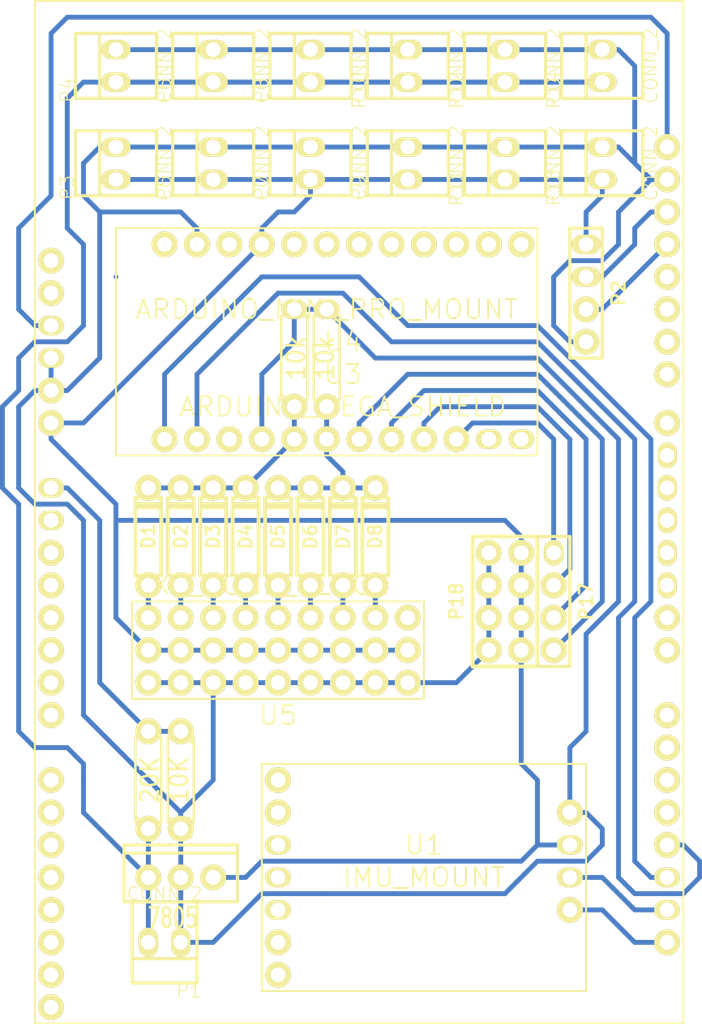
<source format=kicad_pcb>
(kicad_pcb (version 3) (host pcbnew "(2013-jul-07)-stable")

  (general
    (links 98)
    (no_connects 0)
    (area 23.9395 45.390999 77.660501 126.059001)
    (thickness 1.6)
    (drawings 0)
    (tracks 261)
    (zones 0)
    (modules 33)
    (nets 26)
  )

  (page A3)
  (layers
    (15 F.Cu signal)
    (0 B.Cu signal)
    (16 B.Adhes user)
    (17 F.Adhes user)
    (18 B.Paste user)
    (19 F.Paste user)
    (20 B.SilkS user)
    (21 F.SilkS user)
    (22 B.Mask user)
    (23 F.Mask user)
    (24 Dwgs.User user)
    (25 Cmts.User user)
    (26 Eco1.User user)
    (27 Eco2.User user)
    (28 Edge.Cuts user)
  )

  (setup
    (last_trace_width 0.381)
    (trace_clearance 0.254)
    (zone_clearance 0.508)
    (zone_45_only no)
    (trace_min 0.254)
    (segment_width 0.2)
    (edge_width 0.15)
    (via_size 0.889)
    (via_drill 0.635)
    (via_min_size 0.889)
    (via_min_drill 0.508)
    (uvia_size 0.508)
    (uvia_drill 0.127)
    (uvias_allowed no)
    (uvia_min_size 0.508)
    (uvia_min_drill 0.127)
    (pcb_text_width 0.3)
    (pcb_text_size 1.5 1.5)
    (mod_edge_width 0.15)
    (mod_text_size 1.5 1.5)
    (mod_text_width 0.15)
    (pad_size 1.524 2.032)
    (pad_drill 1.143)
    (pad_to_mask_clearance 0.2)
    (aux_axis_origin 0 0)
    (visible_elements FFFE3FBF)
    (pcbplotparams
      (layerselection 3178497)
      (usegerberextensions true)
      (excludeedgelayer true)
      (linewidth 0.100000)
      (plotframeref false)
      (viasonmask false)
      (mode 1)
      (useauxorigin false)
      (hpglpennumber 1)
      (hpglpenspeed 20)
      (hpglpendiameter 15)
      (hpglpenoverlay 2)
      (psnegative false)
      (psa4output false)
      (plotreference true)
      (plotvalue true)
      (plotothertext true)
      (plotinvisibletext false)
      (padsonsilk false)
      (subtractmaskfromsilk false)
      (outputformat 1)
      (mirror false)
      (drillshape 1)
      (scaleselection 1)
      (outputdirectory ""))
  )

  (net 0 "")
  (net 1 /GND)
  (net 2 /VCC)
  (net 3 N-000001)
  (net 4 N-0000017)
  (net 5 N-0000018)
  (net 6 N-0000019)
  (net 7 N-000002)
  (net 8 N-0000020)
  (net 9 N-0000021)
  (net 10 N-0000022)
  (net 11 N-0000023)
  (net 12 N-0000024)
  (net 13 N-0000025)
  (net 14 N-0000026)
  (net 15 N-000003)
  (net 16 N-0000034)
  (net 17 N-000004)
  (net 18 N-0000048)
  (net 19 N-000005)
  (net 20 N-0000050)
  (net 21 N-0000052)
  (net 22 N-0000054)
  (net 23 N-0000060)
  (net 24 N-0000079)
  (net 25 N-0000080)

  (net_class Default "This is the default net class."
    (clearance 0.254)
    (trace_width 0.381)
    (via_dia 0.889)
    (via_drill 0.635)
    (uvia_dia 0.508)
    (uvia_drill 0.127)
    (add_net "")
    (add_net /GND)
    (add_net /VCC)
    (add_net N-000001)
    (add_net N-0000017)
    (add_net N-0000018)
    (add_net N-0000019)
    (add_net N-000002)
    (add_net N-0000020)
    (add_net N-0000021)
    (add_net N-0000022)
    (add_net N-0000023)
    (add_net N-0000024)
    (add_net N-0000025)
    (add_net N-0000026)
    (add_net N-000003)
    (add_net N-0000034)
    (add_net N-000004)
    (add_net N-0000048)
    (add_net N-000005)
    (add_net N-0000050)
    (add_net N-0000052)
    (add_net N-0000054)
    (add_net N-0000060)
    (add_net N-0000079)
    (add_net N-0000080)
  )

  (module R3 (layer F.Cu) (tedit 534C7795) (tstamp 5345C6FF)
    (at 34.29 106.68 90)
    (descr "Resitance 3 pas")
    (tags R)
    (path /5320CEF3)
    (autoplace_cost180 10)
    (fp_text reference R1 (at 0 0.127 90) (layer F.SilkS) hide
      (effects (font (size 1.397 1.27) (thickness 0.2032)))
    )
    (fp_text value 20K (at 0 0.127 90) (layer F.SilkS)
      (effects (font (size 1.397 1.27) (thickness 0.2032)))
    )
    (fp_line (start -3.81 0) (end -3.302 0) (layer F.SilkS) (width 0.2032))
    (fp_line (start 3.81 0) (end 3.302 0) (layer F.SilkS) (width 0.2032))
    (fp_line (start 3.302 0) (end 3.302 -1.016) (layer F.SilkS) (width 0.2032))
    (fp_line (start 3.302 -1.016) (end -3.302 -1.016) (layer F.SilkS) (width 0.2032))
    (fp_line (start -3.302 -1.016) (end -3.302 1.016) (layer F.SilkS) (width 0.2032))
    (fp_line (start -3.302 1.016) (end 3.302 1.016) (layer F.SilkS) (width 0.2032))
    (fp_line (start 3.302 1.016) (end 3.302 0) (layer F.SilkS) (width 0.2032))
    (fp_line (start -3.302 -0.508) (end -2.794 -1.016) (layer F.SilkS) (width 0.2032))
    (pad 1 thru_hole circle (at -3.81 0 90) (size 2.032 2.032) (drill 1.143)
      (layers *.Cu *.Mask F.SilkS)
      (net 23 N-0000060)
    )
    (pad 2 thru_hole circle (at 3.81 0 90) (size 2.032 2.032) (drill 1.143)
      (layers *.Cu *.Mask F.SilkS)
      (net 24 N-0000079)
    )
    (model discret/resistor.wrl
      (at (xyz 0 0 0))
      (scale (xyz 0.3 0.3 0.3))
      (rotate (xyz 0 0 0))
    )
  )

  (module R3 (layer F.Cu) (tedit 534C956E) (tstamp 5345CB8B)
    (at 36.83 106.68 270)
    (descr "Resitance 3 pas")
    (tags R)
    (path /5320CF02)
    (autoplace_cost180 10)
    (fp_text reference R2 (at 0 0.127 270) (layer F.SilkS) hide
      (effects (font (size 1.397 1.27) (thickness 0.2032)))
    )
    (fp_text value 10K (at 0 0.127 270) (layer F.SilkS)
      (effects (font (size 1.397 1.27) (thickness 0.2032)))
    )
    (fp_line (start -3.81 0) (end -3.302 0) (layer F.SilkS) (width 0.2032))
    (fp_line (start 3.81 0) (end 3.302 0) (layer F.SilkS) (width 0.2032))
    (fp_line (start 3.302 0) (end 3.302 -1.016) (layer F.SilkS) (width 0.2032))
    (fp_line (start 3.302 -1.016) (end -3.302 -1.016) (layer F.SilkS) (width 0.2032))
    (fp_line (start -3.302 -1.016) (end -3.302 1.016) (layer F.SilkS) (width 0.2032))
    (fp_line (start -3.302 1.016) (end 3.302 1.016) (layer F.SilkS) (width 0.2032))
    (fp_line (start 3.302 1.016) (end 3.302 0) (layer F.SilkS) (width 0.2032))
    (fp_line (start -3.302 -0.508) (end -2.794 -1.016) (layer F.SilkS) (width 0.2032))
    (pad 1 thru_hole circle (at -3.81 0 270) (size 2.032 2.032) (drill 1.143)
      (layers *.Cu *.Mask F.SilkS)
      (net 24 N-0000079)
    )
    (pad 2 thru_hole circle (at 3.81 0 270) (size 2.032 2.032) (drill 1.143)
      (layers *.Cu *.Mask F.SilkS)
      (net 1 /GND)
    )
    (model discret/resistor.wrl
      (at (xyz 0 0 0))
      (scale (xyz 0.3 0.3 0.3))
      (rotate (xyz 0 0 0))
    )
  )

  (module PINHEAD1-2 (layer F.Cu) (tedit 4C5EDFB2) (tstamp 5345C718)
    (at 39.37 58.42 90)
    (path /5321281E)
    (attr virtual)
    (fp_text reference P5 (at -1.905 -3.81 90) (layer F.SilkS)
      (effects (font (size 1.016 1.016) (thickness 0.0889)))
    )
    (fp_text value CONN_2 (at 0 3.81 90) (layer F.SilkS)
      (effects (font (size 1.016 1.016) (thickness 0.0889)))
    )
    (fp_line (start 2.54 -1.27) (end -2.54 -1.27) (layer F.SilkS) (width 0.254))
    (fp_line (start 2.54 3.175) (end -2.54 3.175) (layer F.SilkS) (width 0.254))
    (fp_line (start -2.54 -3.175) (end 2.54 -3.175) (layer F.SilkS) (width 0.254))
    (fp_line (start -2.54 -3.175) (end -2.54 3.175) (layer F.SilkS) (width 0.254))
    (fp_line (start 2.54 -3.175) (end 2.54 3.175) (layer F.SilkS) (width 0.254))
    (pad 1 thru_hole oval (at -1.27 0 90) (size 1.524 2.286) (drill 1.143)
      (layers *.Cu F.Paste F.SilkS F.Mask)
      (net 2 /VCC)
    )
    (pad 2 thru_hole oval (at 1.27 0 90) (size 1.524 2.286) (drill 1.143)
      (layers *.Cu F.Paste F.SilkS F.Mask)
      (net 1 /GND)
    )
  )

  (module PINHEAD1-2 (layer F.Cu) (tedit 534C790C) (tstamp 534C7AD5)
    (at 35.56 119.38 180)
    (path /53212E1B)
    (attr virtual)
    (fp_text reference P1 (at -1.905 -3.81 180) (layer F.SilkS)
      (effects (font (size 1.016 1.016) (thickness 0.0889)))
    )
    (fp_text value CONN_2 (at 0 3.81 180) (layer F.SilkS)
      (effects (font (size 1.016 1.016) (thickness 0.0889)))
    )
    (fp_line (start 2.54 -1.27) (end -2.54 -1.27) (layer F.SilkS) (width 0.254))
    (fp_line (start 2.54 3.175) (end -2.54 3.175) (layer F.SilkS) (width 0.254))
    (fp_line (start -2.54 -3.175) (end 2.54 -3.175) (layer F.SilkS) (width 0.254))
    (fp_line (start -2.54 -3.175) (end -2.54 3.175) (layer F.SilkS) (width 0.254))
    (fp_line (start 2.54 -3.175) (end 2.54 3.175) (layer F.SilkS) (width 0.254))
    (pad 1 thru_hole oval (at -1.27 0 180) (size 1.524 2.286) (drill 1.143)
      (layers *.Cu F.Paste F.SilkS F.Mask)
      (net 1 /GND)
    )
    (pad 2 thru_hole oval (at 1.27 0 180) (size 1.524 2.286) (drill 1.143)
      (layers *.Cu F.Paste F.SilkS F.Mask)
      (net 23 N-0000060)
    )
  )

  (module PINHEAD1-2 (layer F.Cu) (tedit 4C5EDFB2) (tstamp 5345C739)
    (at 69.85 58.42 90)
    (path /532128A9)
    (attr virtual)
    (fp_text reference P13 (at -1.905 -3.81 90) (layer F.SilkS)
      (effects (font (size 1.016 1.016) (thickness 0.0889)))
    )
    (fp_text value CONN_2 (at 0 3.81 90) (layer F.SilkS)
      (effects (font (size 1.016 1.016) (thickness 0.0889)))
    )
    (fp_line (start 2.54 -1.27) (end -2.54 -1.27) (layer F.SilkS) (width 0.254))
    (fp_line (start 2.54 3.175) (end -2.54 3.175) (layer F.SilkS) (width 0.254))
    (fp_line (start -2.54 -3.175) (end 2.54 -3.175) (layer F.SilkS) (width 0.254))
    (fp_line (start -2.54 -3.175) (end -2.54 3.175) (layer F.SilkS) (width 0.254))
    (fp_line (start 2.54 -3.175) (end 2.54 3.175) (layer F.SilkS) (width 0.254))
    (pad 1 thru_hole oval (at -1.27 0 90) (size 1.524 2.286) (drill 1.143)
      (layers *.Cu F.Paste F.SilkS F.Mask)
      (net 2 /VCC)
    )
    (pad 2 thru_hole oval (at 1.27 0 90) (size 1.524 2.286) (drill 1.143)
      (layers *.Cu F.Paste F.SilkS F.Mask)
      (net 1 /GND)
    )
  )

  (module PINHEAD1-2 (layer F.Cu) (tedit 4C5EDFB2) (tstamp 5345C744)
    (at 62.23 58.42 90)
    (path /5321289A)
    (attr virtual)
    (fp_text reference P11 (at -1.905 -3.81 90) (layer F.SilkS)
      (effects (font (size 1.016 1.016) (thickness 0.0889)))
    )
    (fp_text value CONN_2 (at 0 3.81 90) (layer F.SilkS)
      (effects (font (size 1.016 1.016) (thickness 0.0889)))
    )
    (fp_line (start 2.54 -1.27) (end -2.54 -1.27) (layer F.SilkS) (width 0.254))
    (fp_line (start 2.54 3.175) (end -2.54 3.175) (layer F.SilkS) (width 0.254))
    (fp_line (start -2.54 -3.175) (end 2.54 -3.175) (layer F.SilkS) (width 0.254))
    (fp_line (start -2.54 -3.175) (end -2.54 3.175) (layer F.SilkS) (width 0.254))
    (fp_line (start 2.54 -3.175) (end 2.54 3.175) (layer F.SilkS) (width 0.254))
    (pad 1 thru_hole oval (at -1.27 0 90) (size 1.524 2.286) (drill 1.143)
      (layers *.Cu F.Paste F.SilkS F.Mask)
      (net 2 /VCC)
    )
    (pad 2 thru_hole oval (at 1.27 0 90) (size 1.524 2.286) (drill 1.143)
      (layers *.Cu F.Paste F.SilkS F.Mask)
      (net 1 /GND)
    )
  )

  (module PINHEAD1-2 (layer F.Cu) (tedit 4C5EDFB2) (tstamp 5345C74F)
    (at 54.61 58.42 90)
    (path /5321288B)
    (attr virtual)
    (fp_text reference P9 (at -1.905 -3.81 90) (layer F.SilkS)
      (effects (font (size 1.016 1.016) (thickness 0.0889)))
    )
    (fp_text value CONN_2 (at 0 3.81 90) (layer F.SilkS)
      (effects (font (size 1.016 1.016) (thickness 0.0889)))
    )
    (fp_line (start 2.54 -1.27) (end -2.54 -1.27) (layer F.SilkS) (width 0.254))
    (fp_line (start 2.54 3.175) (end -2.54 3.175) (layer F.SilkS) (width 0.254))
    (fp_line (start -2.54 -3.175) (end 2.54 -3.175) (layer F.SilkS) (width 0.254))
    (fp_line (start -2.54 -3.175) (end -2.54 3.175) (layer F.SilkS) (width 0.254))
    (fp_line (start 2.54 -3.175) (end 2.54 3.175) (layer F.SilkS) (width 0.254))
    (pad 1 thru_hole oval (at -1.27 0 90) (size 1.524 2.286) (drill 1.143)
      (layers *.Cu F.Paste F.SilkS F.Mask)
      (net 2 /VCC)
    )
    (pad 2 thru_hole oval (at 1.27 0 90) (size 1.524 2.286) (drill 1.143)
      (layers *.Cu F.Paste F.SilkS F.Mask)
      (net 1 /GND)
    )
  )

  (module PINHEAD1-2 (layer F.Cu) (tedit 4C5EDFB2) (tstamp 5345C75A)
    (at 46.99 58.42 90)
    (path /5321287C)
    (attr virtual)
    (fp_text reference P7 (at -1.905 -3.81 90) (layer F.SilkS)
      (effects (font (size 1.016 1.016) (thickness 0.0889)))
    )
    (fp_text value CONN_2 (at 0 3.81 90) (layer F.SilkS)
      (effects (font (size 1.016 1.016) (thickness 0.0889)))
    )
    (fp_line (start 2.54 -1.27) (end -2.54 -1.27) (layer F.SilkS) (width 0.254))
    (fp_line (start 2.54 3.175) (end -2.54 3.175) (layer F.SilkS) (width 0.254))
    (fp_line (start -2.54 -3.175) (end 2.54 -3.175) (layer F.SilkS) (width 0.254))
    (fp_line (start -2.54 -3.175) (end -2.54 3.175) (layer F.SilkS) (width 0.254))
    (fp_line (start 2.54 -3.175) (end 2.54 3.175) (layer F.SilkS) (width 0.254))
    (pad 1 thru_hole oval (at -1.27 0 90) (size 1.524 2.286) (drill 1.143)
      (layers *.Cu F.Paste F.SilkS F.Mask)
      (net 2 /VCC)
    )
    (pad 2 thru_hole oval (at 1.27 0 90) (size 1.524 2.286) (drill 1.143)
      (layers *.Cu F.Paste F.SilkS F.Mask)
      (net 1 /GND)
    )
  )

  (module PINHEAD1-2 (layer F.Cu) (tedit 4C5EDFB2) (tstamp 5345C765)
    (at 31.75 58.42 90)
    (path /5321280F)
    (attr virtual)
    (fp_text reference P3 (at -1.905 -3.81 90) (layer F.SilkS)
      (effects (font (size 1.016 1.016) (thickness 0.0889)))
    )
    (fp_text value CONN_2 (at 0 3.81 90) (layer F.SilkS)
      (effects (font (size 1.016 1.016) (thickness 0.0889)))
    )
    (fp_line (start 2.54 -1.27) (end -2.54 -1.27) (layer F.SilkS) (width 0.254))
    (fp_line (start 2.54 3.175) (end -2.54 3.175) (layer F.SilkS) (width 0.254))
    (fp_line (start -2.54 -3.175) (end 2.54 -3.175) (layer F.SilkS) (width 0.254))
    (fp_line (start -2.54 -3.175) (end -2.54 3.175) (layer F.SilkS) (width 0.254))
    (fp_line (start 2.54 -3.175) (end 2.54 3.175) (layer F.SilkS) (width 0.254))
    (pad 1 thru_hole oval (at -1.27 0 90) (size 1.524 2.286) (drill 1.143)
      (layers *.Cu F.Paste F.SilkS F.Mask)
      (net 2 /VCC)
    )
    (pad 2 thru_hole oval (at 1.27 0 90) (size 1.524 2.286) (drill 1.143)
      (layers *.Cu F.Paste F.SilkS F.Mask)
      (net 1 /GND)
    )
  )

  (module PINHEAD1-2 (layer F.Cu) (tedit 4C5EDFB2) (tstamp 5345C770)
    (at 69.85 50.8 90)
    (path /53212800)
    (attr virtual)
    (fp_text reference P14 (at -1.905 -3.81 90) (layer F.SilkS)
      (effects (font (size 1.016 1.016) (thickness 0.0889)))
    )
    (fp_text value CONN_2 (at 0 3.81 90) (layer F.SilkS)
      (effects (font (size 1.016 1.016) (thickness 0.0889)))
    )
    (fp_line (start 2.54 -1.27) (end -2.54 -1.27) (layer F.SilkS) (width 0.254))
    (fp_line (start 2.54 3.175) (end -2.54 3.175) (layer F.SilkS) (width 0.254))
    (fp_line (start -2.54 -3.175) (end 2.54 -3.175) (layer F.SilkS) (width 0.254))
    (fp_line (start -2.54 -3.175) (end -2.54 3.175) (layer F.SilkS) (width 0.254))
    (fp_line (start 2.54 -3.175) (end 2.54 3.175) (layer F.SilkS) (width 0.254))
    (pad 1 thru_hole oval (at -1.27 0 90) (size 1.524 2.286) (drill 1.143)
      (layers *.Cu F.Paste F.SilkS F.Mask)
      (net 23 N-0000060)
    )
    (pad 2 thru_hole oval (at 1.27 0 90) (size 1.524 2.286) (drill 1.143)
      (layers *.Cu F.Paste F.SilkS F.Mask)
      (net 1 /GND)
    )
  )

  (module PINHEAD1-2 (layer F.Cu) (tedit 4C5EDFB2) (tstamp 5345C77B)
    (at 62.23 50.8 90)
    (path /532127F1)
    (attr virtual)
    (fp_text reference P12 (at -1.905 -3.81 90) (layer F.SilkS)
      (effects (font (size 1.016 1.016) (thickness 0.0889)))
    )
    (fp_text value CONN_2 (at 0 3.81 90) (layer F.SilkS)
      (effects (font (size 1.016 1.016) (thickness 0.0889)))
    )
    (fp_line (start 2.54 -1.27) (end -2.54 -1.27) (layer F.SilkS) (width 0.254))
    (fp_line (start 2.54 3.175) (end -2.54 3.175) (layer F.SilkS) (width 0.254))
    (fp_line (start -2.54 -3.175) (end 2.54 -3.175) (layer F.SilkS) (width 0.254))
    (fp_line (start -2.54 -3.175) (end -2.54 3.175) (layer F.SilkS) (width 0.254))
    (fp_line (start 2.54 -3.175) (end 2.54 3.175) (layer F.SilkS) (width 0.254))
    (pad 1 thru_hole oval (at -1.27 0 90) (size 1.524 2.286) (drill 1.143)
      (layers *.Cu F.Paste F.SilkS F.Mask)
      (net 23 N-0000060)
    )
    (pad 2 thru_hole oval (at 1.27 0 90) (size 1.524 2.286) (drill 1.143)
      (layers *.Cu F.Paste F.SilkS F.Mask)
      (net 1 /GND)
    )
  )

  (module PINHEAD1-2 (layer F.Cu) (tedit 4C5EDFB2) (tstamp 5345C786)
    (at 54.61 50.8 90)
    (path /532127E2)
    (attr virtual)
    (fp_text reference P10 (at -1.905 -3.81 90) (layer F.SilkS)
      (effects (font (size 1.016 1.016) (thickness 0.0889)))
    )
    (fp_text value CONN_2 (at 0 3.81 90) (layer F.SilkS)
      (effects (font (size 1.016 1.016) (thickness 0.0889)))
    )
    (fp_line (start 2.54 -1.27) (end -2.54 -1.27) (layer F.SilkS) (width 0.254))
    (fp_line (start 2.54 3.175) (end -2.54 3.175) (layer F.SilkS) (width 0.254))
    (fp_line (start -2.54 -3.175) (end 2.54 -3.175) (layer F.SilkS) (width 0.254))
    (fp_line (start -2.54 -3.175) (end -2.54 3.175) (layer F.SilkS) (width 0.254))
    (fp_line (start 2.54 -3.175) (end 2.54 3.175) (layer F.SilkS) (width 0.254))
    (pad 1 thru_hole oval (at -1.27 0 90) (size 1.524 2.286) (drill 1.143)
      (layers *.Cu F.Paste F.SilkS F.Mask)
      (net 23 N-0000060)
    )
    (pad 2 thru_hole oval (at 1.27 0 90) (size 1.524 2.286) (drill 1.143)
      (layers *.Cu F.Paste F.SilkS F.Mask)
      (net 1 /GND)
    )
  )

  (module PINHEAD1-2 (layer F.Cu) (tedit 4C5EDFB2) (tstamp 5345C791)
    (at 46.99 50.8 90)
    (path /532127D3)
    (attr virtual)
    (fp_text reference P8 (at -1.905 -3.81 90) (layer F.SilkS)
      (effects (font (size 1.016 1.016) (thickness 0.0889)))
    )
    (fp_text value CONN_2 (at 0 3.81 90) (layer F.SilkS)
      (effects (font (size 1.016 1.016) (thickness 0.0889)))
    )
    (fp_line (start 2.54 -1.27) (end -2.54 -1.27) (layer F.SilkS) (width 0.254))
    (fp_line (start 2.54 3.175) (end -2.54 3.175) (layer F.SilkS) (width 0.254))
    (fp_line (start -2.54 -3.175) (end 2.54 -3.175) (layer F.SilkS) (width 0.254))
    (fp_line (start -2.54 -3.175) (end -2.54 3.175) (layer F.SilkS) (width 0.254))
    (fp_line (start 2.54 -3.175) (end 2.54 3.175) (layer F.SilkS) (width 0.254))
    (pad 1 thru_hole oval (at -1.27 0 90) (size 1.524 2.286) (drill 1.143)
      (layers *.Cu F.Paste F.SilkS F.Mask)
      (net 23 N-0000060)
    )
    (pad 2 thru_hole oval (at 1.27 0 90) (size 1.524 2.286) (drill 1.143)
      (layers *.Cu F.Paste F.SilkS F.Mask)
      (net 1 /GND)
    )
  )

  (module PINHEAD1-2 (layer F.Cu) (tedit 4C5EDFB2) (tstamp 5345C79C)
    (at 39.37 50.8 90)
    (path /532127B5)
    (attr virtual)
    (fp_text reference P6 (at -1.905 -3.81 90) (layer F.SilkS)
      (effects (font (size 1.016 1.016) (thickness 0.0889)))
    )
    (fp_text value CONN_2 (at 0 3.81 90) (layer F.SilkS)
      (effects (font (size 1.016 1.016) (thickness 0.0889)))
    )
    (fp_line (start 2.54 -1.27) (end -2.54 -1.27) (layer F.SilkS) (width 0.254))
    (fp_line (start 2.54 3.175) (end -2.54 3.175) (layer F.SilkS) (width 0.254))
    (fp_line (start -2.54 -3.175) (end 2.54 -3.175) (layer F.SilkS) (width 0.254))
    (fp_line (start -2.54 -3.175) (end -2.54 3.175) (layer F.SilkS) (width 0.254))
    (fp_line (start 2.54 -3.175) (end 2.54 3.175) (layer F.SilkS) (width 0.254))
    (pad 1 thru_hole oval (at -1.27 0 90) (size 1.524 2.286) (drill 1.143)
      (layers *.Cu F.Paste F.SilkS F.Mask)
      (net 23 N-0000060)
    )
    (pad 2 thru_hole oval (at 1.27 0 90) (size 1.524 2.286) (drill 1.143)
      (layers *.Cu F.Paste F.SilkS F.Mask)
      (net 1 /GND)
    )
  )

  (module PINHEAD1-2 (layer F.Cu) (tedit 4C5EDFB2) (tstamp 5345C7A7)
    (at 31.75 50.8 90)
    (path /53212777)
    (attr virtual)
    (fp_text reference P4 (at -1.905 -3.81 90) (layer F.SilkS)
      (effects (font (size 1.016 1.016) (thickness 0.0889)))
    )
    (fp_text value CONN_2 (at 0 3.81 90) (layer F.SilkS)
      (effects (font (size 1.016 1.016) (thickness 0.0889)))
    )
    (fp_line (start 2.54 -1.27) (end -2.54 -1.27) (layer F.SilkS) (width 0.254))
    (fp_line (start 2.54 3.175) (end -2.54 3.175) (layer F.SilkS) (width 0.254))
    (fp_line (start -2.54 -3.175) (end 2.54 -3.175) (layer F.SilkS) (width 0.254))
    (fp_line (start -2.54 -3.175) (end -2.54 3.175) (layer F.SilkS) (width 0.254))
    (fp_line (start 2.54 -3.175) (end 2.54 3.175) (layer F.SilkS) (width 0.254))
    (pad 1 thru_hole oval (at -1.27 0 90) (size 1.524 2.286) (drill 1.143)
      (layers *.Cu F.Paste F.SilkS F.Mask)
      (net 23 N-0000060)
    )
    (pad 2 thru_hole oval (at 1.27 0 90) (size 1.524 2.286) (drill 1.143)
      (layers *.Cu F.Paste F.SilkS F.Mask)
      (net 1 /GND)
    )
  )

  (module PIN_ARRAY_4x1 (layer F.Cu) (tedit 534C7F7E) (tstamp 534C7FE8)
    (at 68.58 68.58 270)
    (descr "Double rangee de contacts 2 x 5 pins")
    (tags CONN)
    (path /53497310)
    (fp_text reference P2 (at 0 -2.54 270) (layer F.SilkS)
      (effects (font (size 1.016 1.016) (thickness 0.2032)))
    )
    (fp_text value HC-SR04_PROXSENS (at 0 2.54 270) (layer F.SilkS) hide
      (effects (font (size 1.016 1.016) (thickness 0.2032)))
    )
    (fp_line (start 5.08 1.27) (end -5.08 1.27) (layer F.SilkS) (width 0.254))
    (fp_line (start 5.08 -1.27) (end -5.08 -1.27) (layer F.SilkS) (width 0.254))
    (fp_line (start -5.08 -1.27) (end -5.08 1.27) (layer F.SilkS) (width 0.254))
    (fp_line (start 5.08 1.27) (end 5.08 -1.27) (layer F.SilkS) (width 0.254))
    (pad 1 thru_hole oval (at -3.81 0 270) (size 1.524 2.286) (drill 1.143)
      (layers *.Cu *.Mask F.SilkS)
      (net 2 /VCC)
    )
    (pad 2 thru_hole oval (at -1.27 0 270) (size 1.524 2.286) (drill 1.143)
      (layers *.Cu *.Mask F.SilkS)
      (net 18 N-0000048)
    )
    (pad 3 thru_hole circle (at 1.27 0 270) (size 2.032 2.032) (drill 1.143)
      (layers *.Cu *.Mask F.SilkS)
      (net 21 N-0000052)
    )
    (pad 4 thru_hole circle (at 3.81 0 270) (size 2.032 2.032) (drill 1.143)
      (layers *.Cu *.Mask F.SilkS)
      (net 1 /GND)
    )
    (model pin_array\pins_array_4x1.wrl
      (at (xyz 0 0 0))
      (scale (xyz 1 1 1))
      (rotate (xyz 0 0 0))
    )
  )

  (module IMU_Mount (layer F.Cu) (tedit 534F2E1F) (tstamp 534F1CEE)
    (at 55.88 114.3)
    (path /532A16AB)
    (fp_text reference U1 (at 0 -2.54) (layer F.SilkS)
      (effects (font (size 1.5 1.5) (thickness 0.15)))
    )
    (fp_text value IMU_MOUNT (at 0 0) (layer F.SilkS)
      (effects (font (size 1.5 1.5) (thickness 0.15)))
    )
    (fp_line (start -12.7 8.89) (end 12.7 8.89) (layer F.SilkS) (width 0.15))
    (fp_line (start -12.7 8.89) (end -12.7 -8.89) (layer F.SilkS) (width 0.15))
    (fp_line (start 12.7 8.89) (end 12.7 -8.89) (layer F.SilkS) (width 0.15))
    (fp_line (start -12.7 -8.89) (end 12.7 -8.89) (layer F.SilkS) (width 0.15))
    (fp_line (start -12.7 -8.89) (end 12.7 -8.89) (layer F.SilkS) (width 0.15))
    (fp_line (start 12.7 -8.89) (end -12.7 -8.89) (layer F.SilkS) (width 0.15))
    (pad 1 thru_hole circle (at 11.43 2.54) (size 2.032 2.032) (drill 1.143)
      (layers *.Cu *.Mask F.SilkS)
      (net 22 N-0000054)
    )
    (pad 2 thru_hole oval (at 11.43 0) (size 2.032 1.524) (drill 1.143)
      (layers *.Cu *.Mask F.SilkS)
      (net 20 N-0000050)
    )
    (pad 3 thru_hole oval (at 11.43 -2.54) (size 2.032 1.524) (drill 1.143)
      (layers *.Cu *.Mask F.SilkS)
      (net 2 /VCC)
    )
    (pad 4 thru_hole circle (at 11.43 -5.08) (size 2.032 2.032) (drill 1.143)
      (layers *.Cu *.Mask F.SilkS)
      (net 1 /GND)
    )
    (pad 5 thru_hole circle (at -11.43 7.62) (size 2.032 2.032) (drill 1.143)
      (layers *.Cu *.Mask F.SilkS)
    )
    (pad 6 thru_hole circle (at -11.43 5.08) (size 2.032 2.032) (drill 1.143)
      (layers *.Cu *.Mask F.SilkS)
    )
    (pad 7 thru_hole oval (at -11.43 2.54) (size 2.032 1.524) (drill 1.143)
      (layers *.Cu *.Mask F.SilkS)
    )
    (pad 8 thru_hole oval (at -11.43 0) (size 2.032 1.524) (drill 1.143)
      (layers *.Cu *.Mask F.SilkS)
    )
    (pad 9 thru_hole oval (at -11.43 -2.54) (size 2.032 1.524) (drill 1.143)
      (layers *.Cu *.Mask F.SilkS)
    )
    (pad 10 thru_hole circle (at -11.43 -5.08) (size 2.032 2.032) (drill 1.143)
      (layers *.Cu *.Mask F.SilkS)
    )
    (pad 11 thru_hole circle (at -11.43 -7.62) (size 2.032 2.032) (drill 1.143)
      (layers *.Cu *.Mask F.SilkS)
    )
  )

  (module Arduino_Mega_Shield_Partial (layer F.Cu) (tedit 534F2CAF) (tstamp 534F2CD5)
    (at 49.53 77.47)
    (path /532A24F4)
    (fp_text reference U3 (at 0 -2.54) (layer F.SilkS)
      (effects (font (size 1.5 1.5) (thickness 0.15)))
    )
    (fp_text value ARDUINO_MEGA_SHIELD (at 0 0) (layer F.SilkS)
      (effects (font (size 1.5 1.5) (thickness 0.15)))
    )
    (fp_line (start 26.67 -31.75) (end 26.67 48.26) (layer F.SilkS) (width 0.15))
    (fp_line (start -24.13 48.26) (end -24.13 -31.75) (layer F.SilkS) (width 0.15))
    (fp_line (start 26.67 48.26) (end -24.13 48.26) (layer F.SilkS) (width 0.15))
    (fp_line (start 26.67 -31.75) (end -24.13 -31.75) (layer F.SilkS) (width 0.15))
    (pad 1 thru_hole circle (at -22.86 -11.43) (size 2.032 2.032) (drill 1.143)
      (layers *.Cu *.Mask F.SilkS)
    )
    (pad 2 thru_hole circle (at -22.86 -8.89) (size 2.032 2.032) (drill 1.143)
      (layers *.Cu *.Mask F.SilkS)
    )
    (pad 3 thru_hole oval (at -22.86 -6.35) (size 2.032 1.524) (drill 1.143)
      (layers *.Cu *.Mask F.SilkS)
      (net 25 N-0000080)
    )
    (pad 4 thru_hole oval (at -22.86 -3.81) (size 2.032 1.524) (drill 1.143)
      (layers *.Cu *.Mask F.SilkS)
      (net 1 /GND)
    )
    (pad 5 thru_hole circle (at -22.86 -1.27) (size 2.032 2.032) (drill 1.143)
      (layers *.Cu *.Mask F.SilkS)
      (net 1 /GND)
    )
    (pad 6 thru_hole circle (at -22.86 1.27) (size 2.032 2.032) (drill 1.143)
      (layers *.Cu *.Mask F.SilkS)
      (net 2 /VCC)
    )
    (pad 7 thru_hole oval (at -22.86 6.35) (size 2.032 1.524) (drill 1.143)
      (layers *.Cu *.Mask F.SilkS)
      (net 24 N-0000079)
    )
    (pad 8 thru_hole oval (at -22.86 8.89) (size 2.032 1.524) (drill 1.143)
      (layers *.Cu *.Mask F.SilkS)
    )
    (pad 9 thru_hole circle (at -22.86 11.43) (size 2.032 2.032) (drill 1.143)
      (layers *.Cu *.Mask F.SilkS)
    )
    (pad 10 thru_hole circle (at -22.86 13.97) (size 2.032 2.032) (drill 1.143)
      (layers *.Cu *.Mask F.SilkS)
    )
    (pad 11 thru_hole circle (at -22.86 16.51) (size 2.032 2.032) (drill 1.143)
      (layers *.Cu *.Mask F.SilkS)
    )
    (pad 12 thru_hole circle (at -22.86 19.05) (size 2.032 2.032) (drill 1.143)
      (layers *.Cu *.Mask F.SilkS)
    )
    (pad 13 thru_hole circle (at -22.86 21.59) (size 2.032 2.032) (drill 1.143)
      (layers *.Cu *.Mask F.SilkS)
    )
    (pad 14 thru_hole circle (at -22.86 24.13) (size 2.032 2.032) (drill 1.143)
      (layers *.Cu *.Mask F.SilkS)
    )
    (pad 15 thru_hole circle (at -22.86 29.21) (size 2.032 2.032) (drill 1.143)
      (layers *.Cu *.Mask F.SilkS)
    )
    (pad 16 thru_hole circle (at -22.86 31.75) (size 2.032 2.032) (drill 1.143)
      (layers *.Cu *.Mask F.SilkS)
    )
    (pad 17 thru_hole circle (at -22.86 34.29) (size 2.032 2.032) (drill 1.143)
      (layers *.Cu *.Mask F.SilkS)
    )
    (pad 18 thru_hole circle (at -22.86 36.83) (size 2.032 2.032) (drill 1.143)
      (layers *.Cu *.Mask F.SilkS)
    )
    (pad 19 thru_hole circle (at -22.86 39.37) (size 2.032 2.032) (drill 1.143)
      (layers *.Cu *.Mask F.SilkS)
    )
    (pad 20 thru_hole circle (at -22.86 41.91) (size 2.032 2.032) (drill 1.143)
      (layers *.Cu *.Mask F.SilkS)
    )
    (pad 21 thru_hole circle (at -22.86 44.45) (size 2.032 2.032) (drill 1.143)
      (layers *.Cu *.Mask F.SilkS)
    )
    (pad 23 thru_hole circle (at 25.4 41.91) (size 2.032 2.032) (drill 1.143)
      (layers *.Cu *.Mask F.SilkS)
      (net 22 N-0000054)
    )
    (pad 24 thru_hole oval (at 25.4 39.37) (size 2.032 1.524) (drill 1.143)
      (layers *.Cu *.Mask F.SilkS)
      (net 20 N-0000050)
    )
    (pad 25 thru_hole oval (at 25.4 36.83) (size 2.032 1.524) (drill 1.143)
      (layers *.Cu *.Mask F.SilkS)
      (net 16 N-0000034)
    )
    (pad 26 thru_hole circle (at 25.4 34.29) (size 2.032 2.032) (drill 1.143)
      (layers *.Cu *.Mask F.SilkS)
      (net 19 N-000005)
    )
    (pad 27 thru_hole circle (at 25.4 31.75) (size 2.032 2.032) (drill 1.143)
      (layers *.Cu *.Mask F.SilkS)
    )
    (pad 28 thru_hole circle (at 25.4 29.21) (size 2.032 2.032) (drill 1.143)
      (layers *.Cu *.Mask F.SilkS)
    )
    (pad 29 thru_hole circle (at 25.4 26.67) (size 2.032 2.032) (drill 1.143)
      (layers *.Cu *.Mask F.SilkS)
    )
    (pad 30 thru_hole circle (at 25.4 24.13) (size 2.032 2.032) (drill 1.143)
      (layers *.Cu *.Mask F.SilkS)
    )
    (pad 31 thru_hole circle (at 25.4 19.05) (size 2.032 2.032) (drill 1.143)
      (layers *.Cu *.Mask F.SilkS)
    )
    (pad 32 thru_hole circle (at 25.4 16.51) (size 2.032 2.032) (drill 1.143)
      (layers *.Cu *.Mask F.SilkS)
    )
    (pad 33 thru_hole oval (at 25.4 13.97) (size 1.524 2.032) (drill 1.143)
      (layers *.Cu *.Mask F.SilkS)
    )
    (pad 34 thru_hole oval (at 25.4 11.43) (size 1.524 2.032) (drill 1.143)
      (layers *.Cu *.Mask F.SilkS)
    )
    (pad 35 thru_hole oval (at 25.4 8.89) (size 1.524 2.032) (drill 1.143)
      (layers *.Cu *.Mask F.SilkS)
    )
    (pad 36 thru_hole oval (at 25.4 6.35) (size 1.524 2.032) (drill 1.143)
      (layers *.Cu *.Mask F.SilkS)
    )
    (pad 37 thru_hole oval (at 25.4 3.81) (size 1.524 2.032) (drill 1.143)
      (layers *.Cu *.Mask F.SilkS)
    )
    (pad 38 thru_hole circle (at 25.4 1.27) (size 2.032 2.032) (drill 1.143)
      (layers *.Cu *.Mask F.SilkS)
    )
    (pad 39 thru_hole circle (at 25.4 -2.54) (size 2.032 2.032) (drill 1.143)
      (layers *.Cu *.Mask F.SilkS)
    )
    (pad 40 thru_hole circle (at 25.4 -5.08) (size 2.032 2.032) (drill 1.143)
      (layers *.Cu *.Mask F.SilkS)
    )
    (pad 41 thru_hole circle (at 25.4 -7.62) (size 2.032 2.032) (drill 1.143)
      (layers *.Cu *.Mask F.SilkS)
    )
    (pad 42 thru_hole circle (at 25.4 -10.16) (size 2.032 2.032) (drill 1.143)
      (layers *.Cu *.Mask F.SilkS)
    )
    (pad 43 thru_hole circle (at 25.4 -12.7) (size 2.032 2.032) (drill 1.143)
      (layers *.Cu *.Mask F.SilkS)
      (net 21 N-0000052)
    )
    (pad 44 thru_hole circle (at 25.4 -15.24) (size 2.032 2.032) (drill 1.143)
      (layers *.Cu *.Mask F.SilkS)
      (net 18 N-0000048)
    )
    (pad 45 thru_hole circle (at 25.4 -17.78) (size 2.032 2.032) (drill 1.143)
      (layers *.Cu *.Mask F.SilkS)
      (net 1 /GND)
    )
    (pad 46 thru_hole circle (at 25.4 -20.32) (size 2.032 2.032) (drill 1.143)
      (layers *.Cu *.Mask F.SilkS)
      (net 25 N-0000080)
    )
    (pad 22 thru_hole circle (at -22.86 46.99) (size 2.032 2.032) (drill 1.143)
      (layers *.Cu *.Mask F.SilkS)
    )
  )

  (module R3 (layer F.Cu) (tedit 534F3037) (tstamp 534C80B7)
    (at 48.26 73.66 270)
    (descr "Resitance 3 pas")
    (tags R)
    (path /53496D70)
    (autoplace_cost180 10)
    (fp_text reference R3 (at 0 0.127 270) (layer F.SilkS) hide
      (effects (font (size 1.397 1.27) (thickness 0.2032)))
    )
    (fp_text value 10k (at 0 0.127 270) (layer F.SilkS)
      (effects (font (size 1.397 1.27) (thickness 0.2032)))
    )
    (fp_line (start -3.81 0) (end -3.302 0) (layer F.SilkS) (width 0.2032))
    (fp_line (start 3.81 0) (end 3.302 0) (layer F.SilkS) (width 0.2032))
    (fp_line (start 3.302 0) (end 3.302 -1.016) (layer F.SilkS) (width 0.2032))
    (fp_line (start 3.302 -1.016) (end -3.302 -1.016) (layer F.SilkS) (width 0.2032))
    (fp_line (start -3.302 -1.016) (end -3.302 1.016) (layer F.SilkS) (width 0.2032))
    (fp_line (start -3.302 1.016) (end 3.302 1.016) (layer F.SilkS) (width 0.2032))
    (fp_line (start 3.302 1.016) (end 3.302 0) (layer F.SilkS) (width 0.2032))
    (fp_line (start -3.302 -0.508) (end -2.794 -1.016) (layer F.SilkS) (width 0.2032))
    (pad 1 thru_hole oval (at -3.81 0 270) (size 1.524 2.032) (drill 1.143)
      (layers *.Cu *.Mask F.SilkS)
      (net 1 /GND)
    )
    (pad 2 thru_hole circle (at 3.81 0 270) (size 2.032 2.032) (drill 1.143)
      (layers *.Cu *.Mask F.SilkS)
      (net 4 N-0000017)
    )
    (model discret/resistor.wrl
      (at (xyz 0 0 0))
      (scale (xyz 0.3 0.3 0.3))
      (rotate (xyz 0 0 0))
    )
  )

  (module R3 (layer F.Cu) (tedit 534F3031) (tstamp 534F21B5)
    (at 45.72 73.66 90)
    (descr "Resitance 3 pas")
    (tags R)
    (path /53496D82)
    (autoplace_cost180 10)
    (fp_text reference R4 (at 0 0.127 90) (layer F.SilkS) hide
      (effects (font (size 1.397 1.27) (thickness 0.2032)))
    )
    (fp_text value 10k (at 0 0.127 90) (layer F.SilkS)
      (effects (font (size 1.397 1.27) (thickness 0.2032)))
    )
    (fp_line (start -3.81 0) (end -3.302 0) (layer F.SilkS) (width 0.2032))
    (fp_line (start 3.81 0) (end 3.302 0) (layer F.SilkS) (width 0.2032))
    (fp_line (start 3.302 0) (end 3.302 -1.016) (layer F.SilkS) (width 0.2032))
    (fp_line (start 3.302 -1.016) (end -3.302 -1.016) (layer F.SilkS) (width 0.2032))
    (fp_line (start -3.302 -1.016) (end -3.302 1.016) (layer F.SilkS) (width 0.2032))
    (fp_line (start -3.302 1.016) (end 3.302 1.016) (layer F.SilkS) (width 0.2032))
    (fp_line (start 3.302 1.016) (end 3.302 0) (layer F.SilkS) (width 0.2032))
    (fp_line (start -3.302 -0.508) (end -2.794 -1.016) (layer F.SilkS) (width 0.2032))
    (pad 1 thru_hole circle (at -3.81 0 90) (size 2.032 2.032) (drill 1.143)
      (layers *.Cu *.Mask F.SilkS)
      (net 12 N-0000024)
    )
    (pad 2 thru_hole oval (at 3.81 0 90) (size 1.524 2.032) (drill 1.143)
      (layers *.Cu *.Mask F.SilkS)
      (net 1 /GND)
    )
    (model discret/resistor.wrl
      (at (xyz 0 0 0))
      (scale (xyz 0.3 0.3 0.3))
      (rotate (xyz 0 0 0))
    )
  )

  (module pin_array_4x2 (layer F.Cu) (tedit 534F3091) (tstamp 534C8C00)
    (at 62.23 92.71 90)
    (descr "Double rangee de contacts 2 x 4 pins")
    (tags CONN)
    (path /53496DB9)
    (fp_text reference P18 (at 0 -3.81 90) (layer F.SilkS)
      (effects (font (size 1.016 1.016) (thickness 0.2032)))
    )
    (fp_text value "ESC P & G" (at 0 3.81 90) (layer F.SilkS) hide
      (effects (font (size 1.016 1.016) (thickness 0.2032)))
    )
    (fp_line (start -5.08 -2.54) (end 5.08 -2.54) (layer F.SilkS) (width 0.3048))
    (fp_line (start 5.08 -2.54) (end 5.08 2.54) (layer F.SilkS) (width 0.3048))
    (fp_line (start 5.08 2.54) (end -5.08 2.54) (layer F.SilkS) (width 0.3048))
    (fp_line (start -5.08 2.54) (end -5.08 -2.54) (layer F.SilkS) (width 0.3048))
    (pad 1 thru_hole circle (at -3.81 1.27 90) (size 2.032 2.032) (drill 1.143)
      (layers *.Cu *.Mask F.SilkS)
      (net 2 /VCC)
    )
    (pad 2 thru_hole circle (at -3.81 -1.27 90) (size 2.032 2.032) (drill 1.143)
      (layers *.Cu *.Mask F.SilkS)
      (net 1 /GND)
    )
    (pad 3 thru_hole circle (at -1.27 1.27 90) (size 2.032 2.032) (drill 1.143)
      (layers *.Cu *.Mask F.SilkS)
      (net 2 /VCC)
    )
    (pad 4 thru_hole circle (at -1.27 -1.27 90) (size 2.032 2.032) (drill 1.143)
      (layers *.Cu *.Mask F.SilkS)
      (net 1 /GND)
    )
    (pad 5 thru_hole circle (at 1.27 1.27 90) (size 2.032 2.032) (drill 1.143)
      (layers *.Cu *.Mask F.SilkS)
      (net 2 /VCC)
    )
    (pad 6 thru_hole circle (at 1.27 -1.27 90) (size 2.032 2.032) (drill 1.143)
      (layers *.Cu *.Mask F.SilkS)
      (net 1 /GND)
    )
    (pad 7 thru_hole circle (at 3.81 1.27 90) (size 2.032 2.032) (drill 1.143)
      (layers *.Cu *.Mask F.SilkS)
      (net 2 /VCC)
    )
    (pad 8 thru_hole circle (at 3.81 -1.27 90) (size 2.032 2.032) (drill 1.143)
      (layers *.Cu *.Mask F.SilkS)
      (net 1 /GND)
    )
    (model pin_array/pins_array_4x2.wrl
      (at (xyz 0 0 0))
      (scale (xyz 1 1 1))
      (rotate (xyz 0 0 0))
    )
  )

  (module PIN_ARRAY_4x1 (layer F.Cu) (tedit 534F3167) (tstamp 5349B010)
    (at 66.04 92.71 270)
    (descr "Double rangee de contacts 2 x 5 pins")
    (tags CONN)
    (path /53496DBF)
    (fp_text reference P17 (at 0 -2.54 270) (layer F.SilkS)
      (effects (font (size 1.016 1.016) (thickness 0.2032)))
    )
    (fp_text value "ESC Sig" (at 0 2.54 270) (layer F.SilkS) hide
      (effects (font (size 1.016 1.016) (thickness 0.2032)))
    )
    (fp_line (start 5.08 1.27) (end -5.08 1.27) (layer F.SilkS) (width 0.254))
    (fp_line (start 5.08 -1.27) (end -5.08 -1.27) (layer F.SilkS) (width 0.254))
    (fp_line (start -5.08 -1.27) (end -5.08 1.27) (layer F.SilkS) (width 0.254))
    (fp_line (start 5.08 1.27) (end 5.08 -1.27) (layer F.SilkS) (width 0.254))
    (pad 1 thru_hole oval (at -3.81 0 270) (size 2.032 1.524) (drill 1.143)
      (layers *.Cu *.Mask F.SilkS)
      (net 17 N-000004)
    )
    (pad 2 thru_hole circle (at -1.27 0 270) (size 2.032 2.032) (drill 1.143)
      (layers *.Cu *.Mask F.SilkS)
      (net 15 N-000003)
    )
    (pad 3 thru_hole circle (at 1.27 0 270) (size 2.032 2.032) (drill 1.143)
      (layers *.Cu *.Mask F.SilkS)
      (net 7 N-000002)
    )
    (pad 4 thru_hole circle (at 3.81 0 270) (size 2.032 2.032) (drill 1.143)
      (layers *.Cu *.Mask F.SilkS)
      (net 3 N-000001)
    )
    (model pin_array\pins_array_4x1.wrl
      (at (xyz 0 0 0))
      (scale (xyz 1 1 1))
      (rotate (xyz 0 0 0))
    )
  )

  (module D3 (layer F.Cu) (tedit 534F3058) (tstamp 534EE282)
    (at 34.29 87.63 90)
    (descr "Diode 3 pas")
    (tags "DIODE DEV")
    (path /53496D88)
    (fp_text reference D1 (at 0 0 90) (layer F.SilkS)
      (effects (font (size 1.016 1.016) (thickness 0.2032)))
    )
    (fp_text value DIODE (at 0 0 90) (layer F.SilkS) hide
      (effects (font (size 1.016 1.016) (thickness 0.2032)))
    )
    (fp_line (start 3.81 0) (end 3.048 0) (layer F.SilkS) (width 0.3048))
    (fp_line (start 3.048 0) (end 3.048 -1.016) (layer F.SilkS) (width 0.3048))
    (fp_line (start 3.048 -1.016) (end -3.048 -1.016) (layer F.SilkS) (width 0.3048))
    (fp_line (start -3.048 -1.016) (end -3.048 0) (layer F.SilkS) (width 0.3048))
    (fp_line (start -3.048 0) (end -3.81 0) (layer F.SilkS) (width 0.3048))
    (fp_line (start -3.048 0) (end -3.048 1.016) (layer F.SilkS) (width 0.3048))
    (fp_line (start -3.048 1.016) (end 3.048 1.016) (layer F.SilkS) (width 0.3048))
    (fp_line (start 3.048 1.016) (end 3.048 0) (layer F.SilkS) (width 0.3048))
    (fp_line (start 2.54 -1.016) (end 2.54 1.016) (layer F.SilkS) (width 0.3048))
    (fp_line (start 2.286 1.016) (end 2.286 -1.016) (layer F.SilkS) (width 0.3048))
    (pad 2 thru_hole circle (at 3.81 0 90) (size 2.032 2.032) (drill 1.143)
      (layers *.Cu *.Mask F.SilkS)
      (net 12 N-0000024)
    )
    (pad 1 thru_hole circle (at -3.81 0 90) (size 2.032 2.032) (drill 1.143)
      (layers *.Cu *.Mask F.SilkS)
      (net 14 N-0000026)
    )
    (model discret/diode.wrl
      (at (xyz 0 0 0))
      (scale (xyz 0.3 0.3 0.3))
      (rotate (xyz 0 0 0))
    )
  )

  (module D3 (layer F.Cu) (tedit 534F3068) (tstamp 5349B03C)
    (at 41.91 87.63 90)
    (descr "Diode 3 pas")
    (tags "DIODE DEV")
    (path /53496D8E)
    (fp_text reference D4 (at 0 0 90) (layer F.SilkS)
      (effects (font (size 1.016 1.016) (thickness 0.2032)))
    )
    (fp_text value DIODE (at 0 0 90) (layer F.SilkS) hide
      (effects (font (size 1.016 1.016) (thickness 0.2032)))
    )
    (fp_line (start 3.81 0) (end 3.048 0) (layer F.SilkS) (width 0.3048))
    (fp_line (start 3.048 0) (end 3.048 -1.016) (layer F.SilkS) (width 0.3048))
    (fp_line (start 3.048 -1.016) (end -3.048 -1.016) (layer F.SilkS) (width 0.3048))
    (fp_line (start -3.048 -1.016) (end -3.048 0) (layer F.SilkS) (width 0.3048))
    (fp_line (start -3.048 0) (end -3.81 0) (layer F.SilkS) (width 0.3048))
    (fp_line (start -3.048 0) (end -3.048 1.016) (layer F.SilkS) (width 0.3048))
    (fp_line (start -3.048 1.016) (end 3.048 1.016) (layer F.SilkS) (width 0.3048))
    (fp_line (start 3.048 1.016) (end 3.048 0) (layer F.SilkS) (width 0.3048))
    (fp_line (start 2.54 -1.016) (end 2.54 1.016) (layer F.SilkS) (width 0.3048))
    (fp_line (start 2.286 1.016) (end 2.286 -1.016) (layer F.SilkS) (width 0.3048))
    (pad 2 thru_hole circle (at 3.81 0 90) (size 2.032 2.032) (drill 1.143)
      (layers *.Cu *.Mask F.SilkS)
      (net 12 N-0000024)
    )
    (pad 1 thru_hole circle (at -3.81 0 90) (size 2.032 2.032) (drill 1.143)
      (layers *.Cu *.Mask F.SilkS)
      (net 13 N-0000025)
    )
    (model discret/diode.wrl
      (at (xyz 0 0 0))
      (scale (xyz 0.3 0.3 0.3))
      (rotate (xyz 0 0 0))
    )
  )

  (module D3 (layer F.Cu) (tedit 534F305E) (tstamp 5349B04C)
    (at 36.83 87.63 90)
    (descr "Diode 3 pas")
    (tags "DIODE DEV")
    (path /53496D94)
    (fp_text reference D2 (at 0 0 90) (layer F.SilkS)
      (effects (font (size 1.016 1.016) (thickness 0.2032)))
    )
    (fp_text value DIODE (at 0 0 90) (layer F.SilkS) hide
      (effects (font (size 1.016 1.016) (thickness 0.2032)))
    )
    (fp_line (start 3.81 0) (end 3.048 0) (layer F.SilkS) (width 0.3048))
    (fp_line (start 3.048 0) (end 3.048 -1.016) (layer F.SilkS) (width 0.3048))
    (fp_line (start 3.048 -1.016) (end -3.048 -1.016) (layer F.SilkS) (width 0.3048))
    (fp_line (start -3.048 -1.016) (end -3.048 0) (layer F.SilkS) (width 0.3048))
    (fp_line (start -3.048 0) (end -3.81 0) (layer F.SilkS) (width 0.3048))
    (fp_line (start -3.048 0) (end -3.048 1.016) (layer F.SilkS) (width 0.3048))
    (fp_line (start -3.048 1.016) (end 3.048 1.016) (layer F.SilkS) (width 0.3048))
    (fp_line (start 3.048 1.016) (end 3.048 0) (layer F.SilkS) (width 0.3048))
    (fp_line (start 2.54 -1.016) (end 2.54 1.016) (layer F.SilkS) (width 0.3048))
    (fp_line (start 2.286 1.016) (end 2.286 -1.016) (layer F.SilkS) (width 0.3048))
    (pad 2 thru_hole circle (at 3.81 0 90) (size 2.032 2.032) (drill 1.143)
      (layers *.Cu *.Mask F.SilkS)
      (net 12 N-0000024)
    )
    (pad 1 thru_hole circle (at -3.81 0 90) (size 2.032 2.032) (drill 1.143)
      (layers *.Cu *.Mask F.SilkS)
      (net 11 N-0000023)
    )
    (model discret/diode.wrl
      (at (xyz 0 0 0))
      (scale (xyz 0.3 0.3 0.3))
      (rotate (xyz 0 0 0))
    )
  )

  (module D3 (layer F.Cu) (tedit 534F3063) (tstamp 5349B05C)
    (at 39.37 87.63 90)
    (descr "Diode 3 pas")
    (tags "DIODE DEV")
    (path /53496D9A)
    (fp_text reference D3 (at 0 0 90) (layer F.SilkS)
      (effects (font (size 1.016 1.016) (thickness 0.2032)))
    )
    (fp_text value DIODE (at 0 0 90) (layer F.SilkS) hide
      (effects (font (size 1.016 1.016) (thickness 0.2032)))
    )
    (fp_line (start 3.81 0) (end 3.048 0) (layer F.SilkS) (width 0.3048))
    (fp_line (start 3.048 0) (end 3.048 -1.016) (layer F.SilkS) (width 0.3048))
    (fp_line (start 3.048 -1.016) (end -3.048 -1.016) (layer F.SilkS) (width 0.3048))
    (fp_line (start -3.048 -1.016) (end -3.048 0) (layer F.SilkS) (width 0.3048))
    (fp_line (start -3.048 0) (end -3.81 0) (layer F.SilkS) (width 0.3048))
    (fp_line (start -3.048 0) (end -3.048 1.016) (layer F.SilkS) (width 0.3048))
    (fp_line (start -3.048 1.016) (end 3.048 1.016) (layer F.SilkS) (width 0.3048))
    (fp_line (start 3.048 1.016) (end 3.048 0) (layer F.SilkS) (width 0.3048))
    (fp_line (start 2.54 -1.016) (end 2.54 1.016) (layer F.SilkS) (width 0.3048))
    (fp_line (start 2.286 1.016) (end 2.286 -1.016) (layer F.SilkS) (width 0.3048))
    (pad 2 thru_hole circle (at 3.81 0 90) (size 2.032 2.032) (drill 1.143)
      (layers *.Cu *.Mask F.SilkS)
      (net 12 N-0000024)
    )
    (pad 1 thru_hole circle (at -3.81 0 90) (size 2.032 2.032) (drill 1.143)
      (layers *.Cu *.Mask F.SilkS)
      (net 10 N-0000022)
    )
    (model discret/diode.wrl
      (at (xyz 0 0 0))
      (scale (xyz 0.3 0.3 0.3))
      (rotate (xyz 0 0 0))
    )
  )

  (module D3 (layer F.Cu) (tedit 534F306C) (tstamp 5349B06C)
    (at 44.45 87.63 90)
    (descr "Diode 3 pas")
    (tags "DIODE DEV")
    (path /53496DA0)
    (fp_text reference D5 (at 0 0 90) (layer F.SilkS)
      (effects (font (size 1.016 1.016) (thickness 0.2032)))
    )
    (fp_text value DIODE (at 0 0 90) (layer F.SilkS) hide
      (effects (font (size 1.016 1.016) (thickness 0.2032)))
    )
    (fp_line (start 3.81 0) (end 3.048 0) (layer F.SilkS) (width 0.3048))
    (fp_line (start 3.048 0) (end 3.048 -1.016) (layer F.SilkS) (width 0.3048))
    (fp_line (start 3.048 -1.016) (end -3.048 -1.016) (layer F.SilkS) (width 0.3048))
    (fp_line (start -3.048 -1.016) (end -3.048 0) (layer F.SilkS) (width 0.3048))
    (fp_line (start -3.048 0) (end -3.81 0) (layer F.SilkS) (width 0.3048))
    (fp_line (start -3.048 0) (end -3.048 1.016) (layer F.SilkS) (width 0.3048))
    (fp_line (start -3.048 1.016) (end 3.048 1.016) (layer F.SilkS) (width 0.3048))
    (fp_line (start 3.048 1.016) (end 3.048 0) (layer F.SilkS) (width 0.3048))
    (fp_line (start 2.54 -1.016) (end 2.54 1.016) (layer F.SilkS) (width 0.3048))
    (fp_line (start 2.286 1.016) (end 2.286 -1.016) (layer F.SilkS) (width 0.3048))
    (pad 2 thru_hole circle (at 3.81 0 90) (size 2.032 2.032) (drill 1.143)
      (layers *.Cu *.Mask F.SilkS)
      (net 4 N-0000017)
    )
    (pad 1 thru_hole circle (at -3.81 0 90) (size 2.032 2.032) (drill 1.143)
      (layers *.Cu *.Mask F.SilkS)
      (net 9 N-0000021)
    )
    (model discret/diode.wrl
      (at (xyz 0 0 0))
      (scale (xyz 0.3 0.3 0.3))
      (rotate (xyz 0 0 0))
    )
  )

  (module D3 (layer F.Cu) (tedit 534C9281) (tstamp 5349B07C)
    (at 46.99 87.63 90)
    (descr "Diode 3 pas")
    (tags "DIODE DEV")
    (path /53496DA6)
    (fp_text reference D6 (at 0 0 90) (layer F.SilkS)
      (effects (font (size 1.016 1.016) (thickness 0.2032)))
    )
    (fp_text value DIODE (at 0 0 90) (layer F.SilkS) hide
      (effects (font (size 1.016 1.016) (thickness 0.2032)))
    )
    (fp_line (start 3.81 0) (end 3.048 0) (layer F.SilkS) (width 0.3048))
    (fp_line (start 3.048 0) (end 3.048 -1.016) (layer F.SilkS) (width 0.3048))
    (fp_line (start 3.048 -1.016) (end -3.048 -1.016) (layer F.SilkS) (width 0.3048))
    (fp_line (start -3.048 -1.016) (end -3.048 0) (layer F.SilkS) (width 0.3048))
    (fp_line (start -3.048 0) (end -3.81 0) (layer F.SilkS) (width 0.3048))
    (fp_line (start -3.048 0) (end -3.048 1.016) (layer F.SilkS) (width 0.3048))
    (fp_line (start -3.048 1.016) (end 3.048 1.016) (layer F.SilkS) (width 0.3048))
    (fp_line (start 3.048 1.016) (end 3.048 0) (layer F.SilkS) (width 0.3048))
    (fp_line (start 2.54 -1.016) (end 2.54 1.016) (layer F.SilkS) (width 0.3048))
    (fp_line (start 2.286 1.016) (end 2.286 -1.016) (layer F.SilkS) (width 0.3048))
    (pad 2 thru_hole circle (at 3.81 0 90) (size 2.032 2.032) (drill 1.143)
      (layers *.Cu *.Mask F.SilkS)
      (net 4 N-0000017)
    )
    (pad 1 thru_hole circle (at -3.81 0 90) (size 2.032 2.032) (drill 1.143)
      (layers *.Cu *.Mask F.SilkS)
      (net 8 N-0000020)
    )
    (model discret/diode.wrl
      (at (xyz 0 0 0))
      (scale (xyz 0.3 0.3 0.3))
      (rotate (xyz 0 0 0))
    )
  )

  (module D3 (layer F.Cu) (tedit 534F3072) (tstamp 5349B08C)
    (at 49.53 87.63 90)
    (descr "Diode 3 pas")
    (tags "DIODE DEV")
    (path /53496DAC)
    (fp_text reference D7 (at 0 0 90) (layer F.SilkS)
      (effects (font (size 1.016 1.016) (thickness 0.2032)))
    )
    (fp_text value DIODE (at 0 0 90) (layer F.SilkS) hide
      (effects (font (size 1.016 1.016) (thickness 0.2032)))
    )
    (fp_line (start 3.81 0) (end 3.048 0) (layer F.SilkS) (width 0.3048))
    (fp_line (start 3.048 0) (end 3.048 -1.016) (layer F.SilkS) (width 0.3048))
    (fp_line (start 3.048 -1.016) (end -3.048 -1.016) (layer F.SilkS) (width 0.3048))
    (fp_line (start -3.048 -1.016) (end -3.048 0) (layer F.SilkS) (width 0.3048))
    (fp_line (start -3.048 0) (end -3.81 0) (layer F.SilkS) (width 0.3048))
    (fp_line (start -3.048 0) (end -3.048 1.016) (layer F.SilkS) (width 0.3048))
    (fp_line (start -3.048 1.016) (end 3.048 1.016) (layer F.SilkS) (width 0.3048))
    (fp_line (start 3.048 1.016) (end 3.048 0) (layer F.SilkS) (width 0.3048))
    (fp_line (start 2.54 -1.016) (end 2.54 1.016) (layer F.SilkS) (width 0.3048))
    (fp_line (start 2.286 1.016) (end 2.286 -1.016) (layer F.SilkS) (width 0.3048))
    (pad 2 thru_hole circle (at 3.81 0 90) (size 2.032 2.032) (drill 1.143)
      (layers *.Cu *.Mask F.SilkS)
      (net 4 N-0000017)
    )
    (pad 1 thru_hole circle (at -3.81 0 90) (size 2.032 2.032) (drill 1.143)
      (layers *.Cu *.Mask F.SilkS)
      (net 6 N-0000019)
    )
    (model discret/diode.wrl
      (at (xyz 0 0 0))
      (scale (xyz 0.3 0.3 0.3))
      (rotate (xyz 0 0 0))
    )
  )

  (module D3 (layer F.Cu) (tedit 534F3077) (tstamp 5349B09C)
    (at 52.07 87.63 90)
    (descr "Diode 3 pas")
    (tags "DIODE DEV")
    (path /53496DB2)
    (fp_text reference D8 (at 0 0 90) (layer F.SilkS)
      (effects (font (size 1.016 1.016) (thickness 0.2032)))
    )
    (fp_text value DIODE (at 0 0 90) (layer F.SilkS) hide
      (effects (font (size 1.016 1.016) (thickness 0.2032)))
    )
    (fp_line (start 3.81 0) (end 3.048 0) (layer F.SilkS) (width 0.3048))
    (fp_line (start 3.048 0) (end 3.048 -1.016) (layer F.SilkS) (width 0.3048))
    (fp_line (start 3.048 -1.016) (end -3.048 -1.016) (layer F.SilkS) (width 0.3048))
    (fp_line (start -3.048 -1.016) (end -3.048 0) (layer F.SilkS) (width 0.3048))
    (fp_line (start -3.048 0) (end -3.81 0) (layer F.SilkS) (width 0.3048))
    (fp_line (start -3.048 0) (end -3.048 1.016) (layer F.SilkS) (width 0.3048))
    (fp_line (start -3.048 1.016) (end 3.048 1.016) (layer F.SilkS) (width 0.3048))
    (fp_line (start 3.048 1.016) (end 3.048 0) (layer F.SilkS) (width 0.3048))
    (fp_line (start 2.54 -1.016) (end 2.54 1.016) (layer F.SilkS) (width 0.3048))
    (fp_line (start 2.286 1.016) (end 2.286 -1.016) (layer F.SilkS) (width 0.3048))
    (pad 2 thru_hole circle (at 3.81 0 90) (size 2.032 2.032) (drill 1.143)
      (layers *.Cu *.Mask F.SilkS)
      (net 4 N-0000017)
    )
    (pad 1 thru_hole circle (at -3.81 0 90) (size 2.032 2.032) (drill 1.143)
      (layers *.Cu *.Mask F.SilkS)
      (net 5 N-0000018)
    )
    (model discret/diode.wrl
      (at (xyz 0 0 0))
      (scale (xyz 0.3 0.3 0.3))
      (rotate (xyz 0 0 0))
    )
  )

  (module Arduino_Mini_Pro_Mount (layer F.Cu) (tedit 534F322E) (tstamp 534F32C6)
    (at 49.53 71.12 90)
    (path /53497285)
    (fp_text reference U4 (at -1.27 0 180) (layer F.SilkS)
      (effects (font (size 1.5 1.5) (thickness 0.15)))
    )
    (fp_text value ARDUINO_MINI_PRO_MOUNT (at 1.27 -1.27 180) (layer F.SilkS)
      (effects (font (size 1.5 1.5) (thickness 0.15)))
    )
    (fp_line (start -10.16 15.24) (end 7.62 15.24) (layer F.SilkS) (width 0.15))
    (fp_line (start 7.62 15.24) (end 7.62 -17.78) (layer F.SilkS) (width 0.15))
    (fp_line (start 7.62 -17.78) (end -10.16 -17.78) (layer F.SilkS) (width 0.15))
    (fp_line (start -10.16 -17.78) (end -10.16 15.24) (layer F.SilkS) (width 0.15))
    (pad 1 thru_hole circle (at -8.89 -13.97 90) (size 2.032 2.032) (drill 1.143)
      (layers *.Cu *.Mask F.SilkS)
      (net 16 N-0000034)
    )
    (pad 2 thru_hole circle (at -8.89 -11.43 90) (size 2.032 2.032) (drill 1.143)
      (layers *.Cu *.Mask F.SilkS)
      (net 19 N-000005)
    )
    (pad 3 thru_hole circle (at -8.89 -8.89 90) (size 2.032 2.032) (drill 1.143)
      (layers *.Cu *.Mask F.SilkS)
    )
    (pad 4 thru_hole circle (at -8.89 -6.35 90) (size 2.032 2.032) (drill 1.143)
      (layers *.Cu *.Mask F.SilkS)
      (net 1 /GND)
    )
    (pad 5 thru_hole circle (at -8.89 -3.81 90) (size 2.032 2.032) (drill 1.143)
      (layers *.Cu *.Mask F.SilkS)
      (net 12 N-0000024)
    )
    (pad 6 thru_hole circle (at -8.89 -1.27 90) (size 2.032 2.032) (drill 1.143)
      (layers *.Cu *.Mask F.SilkS)
      (net 4 N-0000017)
    )
    (pad 7 thru_hole circle (at -8.89 1.27 90) (size 2.032 2.032) (drill 1.143)
      (layers *.Cu *.Mask F.SilkS)
      (net 3 N-000001)
    )
    (pad 8 thru_hole circle (at -8.89 3.81 90) (size 2.032 2.032) (drill 1.143)
      (layers *.Cu *.Mask F.SilkS)
      (net 7 N-000002)
    )
    (pad 9 thru_hole circle (at -8.89 6.35 90) (size 2.032 2.032) (drill 1.143)
      (layers *.Cu *.Mask F.SilkS)
      (net 15 N-000003)
    )
    (pad 10 thru_hole circle (at -8.89 8.89 90) (size 2.032 2.032) (drill 1.143)
      (layers *.Cu *.Mask F.SilkS)
      (net 17 N-000004)
    )
    (pad 11 thru_hole oval (at -8.89 11.43 90) (size 1.524 2.032) (drill 1.143)
      (layers *.Cu *.Mask F.SilkS)
    )
    (pad 12 thru_hole oval (at -8.89 13.97 90) (size 1.524 2.032) (drill 1.143)
      (layers *.Cu *.Mask F.SilkS)
    )
    (pad 13 thru_hole circle (at 6.35 13.97 90) (size 2.032 2.032) (drill 1.143)
      (layers *.Cu *.Mask F.SilkS)
    )
    (pad 14 thru_hole circle (at 6.35 11.43 90) (size 2.032 2.032) (drill 1.143)
      (layers *.Cu *.Mask F.SilkS)
    )
    (pad 15 thru_hole circle (at 6.35 8.89 90) (size 2.032 2.032) (drill 1.143)
      (layers *.Cu *.Mask F.SilkS)
    )
    (pad 16 thru_hole circle (at 6.35 6.35 90) (size 2.032 2.032) (drill 1.143)
      (layers *.Cu *.Mask F.SilkS)
    )
    (pad 17 thru_hole circle (at 6.35 3.81 90) (size 2.032 2.032) (drill 1.143)
      (layers *.Cu *.Mask F.SilkS)
    )
    (pad 18 thru_hole circle (at 6.35 1.27 90) (size 2.032 2.032) (drill 1.143)
      (layers *.Cu *.Mask F.SilkS)
    )
    (pad 19 thru_hole circle (at 6.35 -1.27 90) (size 2.032 2.032) (drill 1.143)
      (layers *.Cu *.Mask F.SilkS)
    )
    (pad 20 thru_hole circle (at 6.35 -3.81 90) (size 2.032 2.032) (drill 1.143)
      (layers *.Cu *.Mask F.SilkS)
    )
    (pad 21 thru_hole circle (at 6.35 -6.35 90) (size 2.032 2.032) (drill 1.143)
      (layers *.Cu *.Mask F.SilkS)
      (net 2 /VCC)
    )
    (pad 22 thru_hole circle (at 6.35 -8.89 90) (size 2.032 2.032) (drill 1.143)
      (layers *.Cu *.Mask F.SilkS)
    )
    (pad 23 thru_hole circle (at 6.35 -11.43 90) (size 2.032 2.032) (drill 1.143)
      (layers *.Cu *.Mask F.SilkS)
      (net 1 /GND)
    )
    (pad 24 thru_hole circle (at 6.35 -13.97 90) (size 2.032 2.032) (drill 1.143)
      (layers *.Cu *.Mask F.SilkS)
    )
  )

  (module 9x3_Conn_Block (layer F.Cu) (tedit 534C7723) (tstamp 534C9726)
    (at 44.45 96.52 90)
    (path /53497B7A)
    (fp_text reference U5 (at -5.08 0 180) (layer F.SilkS)
      (effects (font (size 1.5 1.5) (thickness 0.15)))
    )
    (fp_text value 9X3_CONN_BLOCK (at 5.08 -1.27 180) (layer F.SilkS)
      (effects (font (size 1.5 1.5) (thickness 0.15)))
    )
    (fp_line (start -3.81 -11.43) (end 3.81 -11.43) (layer F.SilkS) (width 0.15))
    (fp_line (start 3.81 -11.43) (end 3.81 11.43) (layer F.SilkS) (width 0.15))
    (fp_line (start 3.81 11.43) (end -3.81 11.43) (layer F.SilkS) (width 0.15))
    (fp_line (start -3.81 11.43) (end -3.81 -11.43) (layer F.SilkS) (width 0.15))
    (pad 1 thru_hole circle (at -2.54 -10.16 90) (size 2.032 2.032) (drill 1.143)
      (layers *.Cu *.Mask F.SilkS)
      (net 1 /GND)
    )
    (pad 2 thru_hole circle (at -2.54 -7.62 90) (size 2.032 2.032) (drill 1.143)
      (layers *.Cu *.Mask F.SilkS)
      (net 1 /GND)
    )
    (pad 3 thru_hole circle (at -2.54 -5.08 90) (size 2.032 2.032) (drill 1.143)
      (layers *.Cu *.Mask F.SilkS)
      (net 1 /GND)
    )
    (pad 4 thru_hole circle (at -2.54 -2.54 90) (size 2.032 2.032) (drill 1.143)
      (layers *.Cu *.Mask F.SilkS)
      (net 1 /GND)
    )
    (pad 5 thru_hole circle (at -2.54 0 90) (size 2.032 2.032) (drill 1.143)
      (layers *.Cu *.Mask F.SilkS)
      (net 1 /GND)
    )
    (pad 6 thru_hole circle (at -2.54 2.54 90) (size 2.032 2.032) (drill 1.143)
      (layers *.Cu *.Mask F.SilkS)
      (net 1 /GND)
    )
    (pad 7 thru_hole circle (at -2.54 5.08 90) (size 2.032 2.032) (drill 1.143)
      (layers *.Cu *.Mask F.SilkS)
      (net 1 /GND)
    )
    (pad 8 thru_hole circle (at -2.54 7.62 90) (size 2.032 2.032) (drill 1.143)
      (layers *.Cu *.Mask F.SilkS)
      (net 1 /GND)
    )
    (pad 9 thru_hole circle (at -2.54 10.16 90) (size 2.032 2.032) (drill 1.143)
      (layers *.Cu *.Mask F.SilkS)
      (net 1 /GND)
    )
    (pad 10 thru_hole circle (at 0 -10.16 90) (size 2.032 2.032) (drill 1.143)
      (layers *.Cu *.Mask F.SilkS)
      (net 2 /VCC)
    )
    (pad 11 thru_hole circle (at 0 -7.62 90) (size 2.032 2.032) (drill 1.143)
      (layers *.Cu *.Mask F.SilkS)
      (net 2 /VCC)
    )
    (pad 12 thru_hole circle (at 0 -5.08 90) (size 2.032 2.032) (drill 1.143)
      (layers *.Cu *.Mask F.SilkS)
      (net 2 /VCC)
    )
    (pad 13 thru_hole circle (at 0 -2.54 90) (size 2.032 2.032) (drill 1.143)
      (layers *.Cu *.Mask F.SilkS)
      (net 2 /VCC)
    )
    (pad 14 thru_hole circle (at 0 0 90) (size 2.032 2.032) (drill 1.143)
      (layers *.Cu *.Mask F.SilkS)
      (net 2 /VCC)
    )
    (pad 15 thru_hole circle (at 0 2.54 90) (size 2.032 2.032) (drill 1.143)
      (layers *.Cu *.Mask F.SilkS)
      (net 2 /VCC)
    )
    (pad 16 thru_hole circle (at 0 5.08 90) (size 2.032 2.032) (drill 1.143)
      (layers *.Cu *.Mask F.SilkS)
      (net 2 /VCC)
    )
    (pad 17 thru_hole circle (at 0 7.62 90) (size 2.032 2.032) (drill 1.143)
      (layers *.Cu *.Mask F.SilkS)
      (net 2 /VCC)
    )
    (pad 18 thru_hole circle (at 0 10.16 90) (size 2.032 2.032) (drill 1.143)
      (layers *.Cu *.Mask F.SilkS)
      (net 2 /VCC)
    )
    (pad 19 thru_hole circle (at 2.54 -10.16 90) (size 2.032 2.032) (drill 1.143)
      (layers *.Cu *.Mask F.SilkS)
      (net 14 N-0000026)
    )
    (pad 20 thru_hole circle (at 2.54 -7.62 90) (size 2.032 2.032) (drill 1.143)
      (layers *.Cu *.Mask F.SilkS)
      (net 11 N-0000023)
    )
    (pad 21 thru_hole circle (at 2.54 -5.08 90) (size 2.032 2.032) (drill 1.143)
      (layers *.Cu *.Mask F.SilkS)
      (net 10 N-0000022)
    )
    (pad 22 thru_hole circle (at 2.54 -2.54 90) (size 2.032 2.032) (drill 1.143)
      (layers *.Cu *.Mask F.SilkS)
      (net 13 N-0000025)
    )
    (pad 23 thru_hole circle (at 2.54 0 90) (size 2.032 2.032) (drill 1.143)
      (layers *.Cu *.Mask F.SilkS)
      (net 9 N-0000021)
    )
    (pad 24 thru_hole circle (at 2.54 2.54 90) (size 2.032 2.032) (drill 1.143)
      (layers *.Cu *.Mask F.SilkS)
      (net 8 N-0000020)
    )
    (pad 25 thru_hole circle (at 2.54 5.08 90) (size 2.032 2.032) (drill 1.143)
      (layers *.Cu *.Mask F.SilkS)
      (net 6 N-0000019)
    )
    (pad 26 thru_hole circle (at 2.54 7.62 90) (size 2.032 2.032) (drill 1.143)
      (layers *.Cu *.Mask F.SilkS)
      (net 5 N-0000018)
    )
    (pad 27 thru_hole circle (at 2.54 10.16 90) (size 2.032 2.032) (drill 1.143)
      (layers *.Cu *.Mask F.SilkS)
    )
  )

  (module LM78XXV (layer F.Cu) (tedit 534C7888) (tstamp 5345C7C5)
    (at 36.83 114.3 90)
    (descr "Regulateur TO220 serie LM78xx")
    (tags "TR TO220")
    (path /5320D1B3)
    (fp_text reference U2 (at 3.81 0 180) (layer F.SilkS)
      (effects (font (size 1.524 1.016) (thickness 0.2032)))
    )
    (fp_text value 7805 (at -3.175 -0.635 180) (layer F.SilkS)
      (effects (font (size 1.524 1.016) (thickness 0.2032)))
    )
    (fp_line (start 1.905 -4.445) (end 2.54 -4.445) (layer F.SilkS) (width 0.254))
    (fp_line (start 2.54 -4.445) (end 2.54 4.445) (layer F.SilkS) (width 0.254))
    (fp_line (start 2.54 4.445) (end 1.905 4.445) (layer F.SilkS) (width 0.254))
    (fp_line (start -1.905 -4.445) (end 1.905 -4.445) (layer F.SilkS) (width 0.254))
    (fp_line (start 1.905 -4.445) (end 1.905 4.445) (layer F.SilkS) (width 0.254))
    (fp_line (start 1.905 4.445) (end -1.905 4.445) (layer F.SilkS) (width 0.254))
    (fp_line (start -1.905 4.445) (end -1.905 -4.445) (layer F.SilkS) (width 0.254))
    (pad VI thru_hole circle (at 0 -2.54 90) (size 2.032 2.032) (drill 1.143)
      (layers *.Cu *.Mask F.SilkS)
      (net 23 N-0000060)
    )
    (pad GND thru_hole circle (at 0 0 90) (size 2.032 2.032) (drill 1.143)
      (layers *.Cu *.Mask F.SilkS)
      (net 1 /GND)
    )
    (pad VO thru_hole circle (at 0 2.54 90) (size 2.032 2.032) (drill 1.143)
      (layers *.Cu *.Mask F.SilkS)
      (net 2 /VCC)
    )
  )

  (segment (start 31.75 67.31) (end 31.75 67.31) (width 0.381) (layer B.Cu) (net 0) (tstamp 534F2520))
  (segment (start 48.26 69.85) (end 52.07 73.66) (width 0.381) (layer B.Cu) (net 1))
  (segment (start 67.31 104.14) (end 67.31 109.22) (width 0.381) (layer B.Cu) (net 1) (tstamp 534F3283))
  (segment (start 68.58 102.87) (end 67.31 104.14) (width 0.381) (layer B.Cu) (net 1) (tstamp 534F3282))
  (segment (start 68.58 95.25) (end 68.58 102.87) (width 0.381) (layer B.Cu) (net 1) (tstamp 534F3281))
  (segment (start 71.12 92.71) (end 68.58 95.25) (width 0.381) (layer B.Cu) (net 1) (tstamp 534F3280))
  (segment (start 71.12 80.01) (end 71.12 92.71) (width 0.381) (layer B.Cu) (net 1) (tstamp 534F327F))
  (segment (start 64.77 73.66) (end 71.12 80.01) (width 0.381) (layer B.Cu) (net 1) (tstamp 534F327E))
  (segment (start 52.07 73.66) (end 64.77 73.66) (width 0.381) (layer B.Cu) (net 1) (tstamp 534F327D))
  (segment (start 48.26 115.57) (end 43.18 115.57) (width 0.381) (layer B.Cu) (net 1))
  (segment (start 43.18 115.57) (end 39.37 119.38) (width 0.381) (layer B.Cu) (net 1) (tstamp 534F2F0F))
  (segment (start 39.37 119.38) (end 36.83 119.38) (width 0.381) (layer B.Cu) (net 1) (tstamp 534F2F10))
  (segment (start 67.31 109.22) (end 68.58 109.22) (width 0.381) (layer B.Cu) (net 1))
  (segment (start 62.23 115.57) (end 48.26 115.57) (width 0.381) (layer B.Cu) (net 1) (tstamp 534F2EF6))
  (segment (start 64.77 113.03) (end 62.23 115.57) (width 0.381) (layer B.Cu) (net 1) (tstamp 534F2EF4))
  (segment (start 68.58 113.03) (end 64.77 113.03) (width 0.381) (layer B.Cu) (net 1) (tstamp 534F2EF3))
  (segment (start 69.85 111.76) (end 68.58 113.03) (width 0.381) (layer B.Cu) (net 1) (tstamp 534F2EF2))
  (segment (start 69.85 110.49) (end 69.85 111.76) (width 0.381) (layer B.Cu) (net 1) (tstamp 534F2EF1))
  (segment (start 68.58 109.22) (end 69.85 110.49) (width 0.381) (layer B.Cu) (net 1) (tstamp 534F2EF0))
  (segment (start 36.83 110.49) (end 36.83 109.22) (width 0.381) (layer B.Cu) (net 1))
  (segment (start 36.83 109.22) (end 29.21 101.6) (width 0.381) (layer B.Cu) (net 1) (tstamp 534F2EE6))
  (segment (start 25.4 76.2) (end 26.67 76.2) (width 0.381) (layer B.Cu) (net 1) (tstamp 534F2EED))
  (segment (start 24.13 77.47) (end 25.4 76.2) (width 0.381) (layer B.Cu) (net 1) (tstamp 534F2EEC))
  (segment (start 24.13 83.82) (end 24.13 77.47) (width 0.381) (layer B.Cu) (net 1) (tstamp 534F2EEB))
  (segment (start 25.4 85.09) (end 24.13 83.82) (width 0.381) (layer B.Cu) (net 1) (tstamp 534F2EEA))
  (segment (start 27.94 85.09) (end 25.4 85.09) (width 0.381) (layer B.Cu) (net 1) (tstamp 534F2EE9))
  (segment (start 29.21 86.36) (end 27.94 85.09) (width 0.381) (layer B.Cu) (net 1) (tstamp 534F2EE8))
  (segment (start 29.21 101.6) (end 29.21 86.36) (width 0.381) (layer B.Cu) (net 1) (tstamp 534F2EE7))
  (segment (start 39.37 106.68) (end 39.37 99.06) (width 0.381) (layer B.Cu) (net 1) (tstamp 534F2B87))
  (segment (start 36.83 109.22) (end 39.37 106.68) (width 0.381) (layer B.Cu) (net 1) (tstamp 534F2B83))
  (segment (start 60.96 96.52) (end 60.96 93.98) (width 0.381) (layer B.Cu) (net 1))
  (segment (start 60.96 93.98) (end 60.96 91.44) (width 0.381) (layer B.Cu) (net 1) (tstamp 534F2A13))
  (segment (start 60.96 91.44) (end 60.96 88.9) (width 0.381) (layer B.Cu) (net 1) (tstamp 534F2A14))
  (segment (start 34.29 99.06) (end 36.83 99.06) (width 0.381) (layer B.Cu) (net 1))
  (segment (start 36.83 99.06) (end 39.37 99.06) (width 0.381) (layer B.Cu) (net 1) (tstamp 534F2A06))
  (segment (start 39.37 99.06) (end 41.91 99.06) (width 0.381) (layer B.Cu) (net 1) (tstamp 534F2A07))
  (segment (start 41.91 99.06) (end 44.45 99.06) (width 0.381) (layer B.Cu) (net 1) (tstamp 534F2A08))
  (segment (start 44.45 99.06) (end 46.99 99.06) (width 0.381) (layer B.Cu) (net 1) (tstamp 534F2A09))
  (segment (start 46.99 99.06) (end 49.53 99.06) (width 0.381) (layer B.Cu) (net 1) (tstamp 534F2A0A))
  (segment (start 49.53 99.06) (end 52.07 99.06) (width 0.381) (layer B.Cu) (net 1) (tstamp 534F2A0B))
  (segment (start 52.07 99.06) (end 54.61 99.06) (width 0.381) (layer B.Cu) (net 1) (tstamp 534F2A0C))
  (segment (start 54.61 99.06) (end 58.42 99.06) (width 0.381) (layer B.Cu) (net 1) (tstamp 534F2A0D))
  (segment (start 58.42 99.06) (end 60.96 96.52) (width 0.381) (layer B.Cu) (net 1) (tstamp 534F2A0E))
  (segment (start 36.83 114.3) (end 36.83 110.49) (width 0.381) (layer B.Cu) (net 1))
  (segment (start 45.72 69.85) (end 48.26 69.85) (width 0.381) (layer B.Cu) (net 1))
  (segment (start 43.18 80.01) (end 43.18 74.93) (width 0.381) (layer B.Cu) (net 1))
  (segment (start 45.72 72.39) (end 45.72 69.85) (width 0.381) (layer B.Cu) (net 1) (tstamp 534F28F4))
  (segment (start 43.18 74.93) (end 45.72 72.39) (width 0.381) (layer B.Cu) (net 1) (tstamp 534F28F1))
  (segment (start 30.48 73.66) (end 30.48 62.23) (width 0.381) (layer B.Cu) (net 1) (tstamp 534F2533))
  (segment (start 27.94 76.2) (end 30.48 73.66) (width 0.381) (layer B.Cu) (net 1) (tstamp 534F2531))
  (segment (start 26.67 76.2) (end 27.94 76.2) (width 0.381) (layer B.Cu) (net 1))
  (segment (start 38.1 64.77) (end 38.1 63.5) (width 0.381) (layer B.Cu) (net 1))
  (segment (start 31.75 62.23) (end 30.48 62.23) (width 0.381) (layer B.Cu) (net 1) (tstamp 534C911D))
  (segment (start 36.83 62.23) (end 31.75 62.23) (width 0.381) (layer B.Cu) (net 1) (tstamp 534C911B))
  (segment (start 38.1 63.5) (end 36.83 62.23) (width 0.381) (layer B.Cu) (net 1) (tstamp 534C9118))
  (segment (start 30.48 57.15) (end 31.75 57.15) (width 0.381) (layer B.Cu) (net 1) (tstamp 534C9124))
  (segment (start 29.21 58.42) (end 30.48 57.15) (width 0.381) (layer B.Cu) (net 1) (tstamp 534C9122))
  (segment (start 29.21 60.96) (end 29.21 58.42) (width 0.381) (layer B.Cu) (net 1) (tstamp 534C9121))
  (segment (start 30.48 62.23) (end 29.21 60.96) (width 0.381) (layer B.Cu) (net 1) (tstamp 534C9120))
  (segment (start 36.83 119.38) (end 36.83 114.3) (width 0.381) (layer B.Cu) (net 1))
  (segment (start 26.67 76.2) (end 26.67 73.66) (width 0.381) (layer B.Cu) (net 1))
  (segment (start 68.58 72.39) (end 67.31 72.39) (width 0.381) (layer B.Cu) (net 1))
  (segment (start 71.12 62.23) (end 73.66 59.69) (width 0.381) (layer B.Cu) (net 1) (tstamp 534C8008))
  (segment (start 71.12 64.77) (end 71.12 62.23) (width 0.381) (layer B.Cu) (net 1) (tstamp 534C8003))
  (segment (start 69.85 66.04) (end 71.12 64.77) (width 0.381) (layer B.Cu) (net 1) (tstamp 534C8002))
  (segment (start 67.31 66.04) (end 69.85 66.04) (width 0.381) (layer B.Cu) (net 1) (tstamp 534C8000))
  (segment (start 66.04 67.31) (end 67.31 66.04) (width 0.381) (layer B.Cu) (net 1) (tstamp 534C7FFF))
  (segment (start 66.04 71.12) (end 66.04 67.31) (width 0.381) (layer B.Cu) (net 1) (tstamp 534C7FFD))
  (segment (start 67.31 72.39) (end 66.04 71.12) (width 0.381) (layer B.Cu) (net 1) (tstamp 534C7FFB))
  (segment (start 73.66 59.69) (end 74.93 59.69) (width 0.381) (layer B.Cu) (net 1) (tstamp 534C800F))
  (segment (start 69.85 57.15) (end 71.12 57.15) (width 0.381) (layer B.Cu) (net 1))
  (segment (start 71.12 57.15) (end 72.39 58.42) (width 0.381) (layer B.Cu) (net 1) (tstamp 534C7E0D))
  (segment (start 72.39 58.42) (end 73.66 59.69) (width 0.381) (layer B.Cu) (net 1) (tstamp 534C7E11))
  (segment (start 73.66 59.69) (end 74.93 59.69) (width 0.381) (layer B.Cu) (net 1) (tstamp 534C7E13))
  (segment (start 69.85 49.53) (end 71.12 49.53) (width 0.381) (layer B.Cu) (net 1))
  (segment (start 71.12 49.53) (end 72.39 50.8) (width 0.381) (layer B.Cu) (net 1) (tstamp 534C7DF5))
  (segment (start 72.39 50.8) (end 72.39 58.42) (width 0.381) (layer B.Cu) (net 1) (tstamp 534C7E03))
  (segment (start 73.66 59.69) (end 74.93 59.69) (width 0.381) (layer B.Cu) (net 1) (tstamp 534C7E09))
  (segment (start 72.39 58.42) (end 73.66 59.69) (width 0.381) (layer B.Cu) (net 1) (tstamp 534C7E08))
  (segment (start 31.75 57.15) (end 39.37 57.15) (width 0.381) (layer B.Cu) (net 1))
  (segment (start 39.37 57.15) (end 46.99 57.15) (width 0.381) (layer B.Cu) (net 1) (tstamp 534C7A99))
  (segment (start 46.99 57.15) (end 54.61 57.15) (width 0.381) (layer B.Cu) (net 1) (tstamp 534C7A9B))
  (segment (start 54.61 57.15) (end 62.23 57.15) (width 0.381) (layer B.Cu) (net 1) (tstamp 534C7A9C))
  (segment (start 62.23 57.15) (end 69.85 57.15) (width 0.381) (layer B.Cu) (net 1) (tstamp 534C7A9E))
  (segment (start 31.75 49.53) (end 39.37 49.53) (width 0.381) (layer B.Cu) (net 1))
  (segment (start 39.37 49.53) (end 46.99 49.53) (width 0.381) (layer B.Cu) (net 1) (tstamp 534C79E6))
  (segment (start 46.99 49.53) (end 54.61 49.53) (width 0.381) (layer B.Cu) (net 1) (tstamp 534C79E8))
  (segment (start 54.61 49.53) (end 62.23 49.53) (width 0.381) (layer B.Cu) (net 1) (tstamp 534C79EB))
  (segment (start 62.23 49.53) (end 69.85 49.53) (width 0.381) (layer B.Cu) (net 1) (tstamp 534C79EC))
  (segment (start 31.75 76.2) (end 40.64 67.31) (width 0.381) (layer B.Cu) (net 2))
  (segment (start 43.18 64.77) (end 40.64 67.31) (width 0.381) (layer B.Cu) (net 2))
  (segment (start 31.75 76.2) (end 29.21 78.74) (width 0.381) (layer B.Cu) (net 2) (tstamp 534F2524))
  (segment (start 29.21 78.74) (end 26.67 78.74) (width 0.381) (layer B.Cu) (net 2) (tstamp 534F252A))
  (segment (start 63.5 88.9) (end 63.5 87.63) (width 0.381) (layer B.Cu) (net 2))
  (segment (start 62.23 86.36) (end 31.75 86.36) (width 0.381) (layer B.Cu) (net 2) (tstamp 534F2EBF))
  (segment (start 63.5 87.63) (end 62.23 86.36) (width 0.381) (layer B.Cu) (net 2) (tstamp 534F2EBE))
  (segment (start 63.5 96.52) (end 63.5 93.98) (width 0.381) (layer B.Cu) (net 2))
  (segment (start 63.5 93.98) (end 63.5 91.44) (width 0.381) (layer B.Cu) (net 2) (tstamp 534F2BA9))
  (segment (start 63.5 91.44) (end 63.5 88.9) (width 0.381) (layer B.Cu) (net 2) (tstamp 534F2BAA))
  (segment (start 64.77 111.76) (end 64.77 106.68) (width 0.381) (layer B.Cu) (net 2))
  (segment (start 63.5 105.41) (end 63.5 96.52) (width 0.381) (layer B.Cu) (net 2) (tstamp 534F2BA5))
  (segment (start 64.77 106.68) (end 63.5 105.41) (width 0.381) (layer B.Cu) (net 2) (tstamp 534F2BA0))
  (segment (start 39.37 114.3) (end 41.91 114.3) (width 0.381) (layer B.Cu) (net 2))
  (segment (start 64.77 111.76) (end 67.31 111.76) (width 0.381) (layer B.Cu) (net 2) (tstamp 534F2B6A))
  (segment (start 63.5 113.03) (end 64.77 111.76) (width 0.381) (layer B.Cu) (net 2) (tstamp 534F2B69))
  (segment (start 43.18 113.03) (end 63.5 113.03) (width 0.381) (layer B.Cu) (net 2) (tstamp 534F2B68))
  (segment (start 41.91 114.3) (end 43.18 113.03) (width 0.381) (layer B.Cu) (net 2) (tstamp 534F2B67))
  (segment (start 34.29 96.52) (end 36.83 96.52) (width 0.381) (layer B.Cu) (net 2))
  (segment (start 36.83 96.52) (end 39.37 96.52) (width 0.381) (layer B.Cu) (net 2) (tstamp 534F293C))
  (segment (start 39.37 96.52) (end 41.91 96.52) (width 0.381) (layer B.Cu) (net 2) (tstamp 534F293D))
  (segment (start 41.91 96.52) (end 44.45 96.52) (width 0.381) (layer B.Cu) (net 2) (tstamp 534F293E))
  (segment (start 44.45 96.52) (end 46.99 96.52) (width 0.381) (layer B.Cu) (net 2) (tstamp 534F293F))
  (segment (start 46.99 96.52) (end 49.53 96.52) (width 0.381) (layer B.Cu) (net 2) (tstamp 534F2940))
  (segment (start 49.53 96.52) (end 52.07 96.52) (width 0.381) (layer B.Cu) (net 2) (tstamp 534F2941))
  (segment (start 52.07 96.52) (end 54.61 96.52) (width 0.381) (layer B.Cu) (net 2) (tstamp 534F2942))
  (segment (start 26.67 78.74) (end 26.67 80.01) (width 0.381) (layer B.Cu) (net 2))
  (segment (start 31.75 85.09) (end 31.75 86.36) (width 0.381) (layer B.Cu) (net 2) (tstamp 534F2931))
  (segment (start 26.67 80.01) (end 31.75 85.09) (width 0.381) (layer B.Cu) (net 2) (tstamp 534F291D))
  (segment (start 31.75 93.98) (end 34.29 96.52) (width 0.381) (layer B.Cu) (net 2) (tstamp 534F2938))
  (segment (start 31.75 86.36) (end 31.75 93.98) (width 0.381) (layer B.Cu) (net 2) (tstamp 534F2EC2))
  (segment (start 43.18 64.77) (end 43.18 63.5) (width 0.381) (layer B.Cu) (net 2))
  (segment (start 43.18 63.5) (end 44.45 62.23) (width 0.381) (layer B.Cu) (net 2) (tstamp 534C8474))
  (segment (start 44.45 62.23) (end 45.72 62.23) (width 0.381) (layer B.Cu) (net 2) (tstamp 534C8476))
  (segment (start 46.99 60.96) (end 46.99 59.69) (width 0.381) (layer B.Cu) (net 2) (tstamp 534C8479))
  (segment (start 45.72 62.23) (end 46.99 60.96) (width 0.381) (layer B.Cu) (net 2) (tstamp 534C8478))
  (segment (start 68.58 64.77) (end 68.58 62.23) (width 0.381) (layer B.Cu) (net 2))
  (segment (start 69.85 60.96) (end 69.85 59.69) (width 0.381) (layer B.Cu) (net 2) (tstamp 534C7FF8))
  (segment (start 68.58 62.23) (end 69.85 60.96) (width 0.381) (layer B.Cu) (net 2) (tstamp 534C7FF7))
  (segment (start 31.75 59.69) (end 39.37 59.69) (width 0.381) (layer B.Cu) (net 2))
  (segment (start 39.37 59.69) (end 46.99 59.69) (width 0.381) (layer B.Cu) (net 2) (tstamp 534C7AA5))
  (segment (start 46.99 59.69) (end 54.61 59.69) (width 0.381) (layer B.Cu) (net 2) (tstamp 534C7AA6))
  (segment (start 54.61 59.69) (end 62.23 59.69) (width 0.381) (layer B.Cu) (net 2) (tstamp 534C7AA7))
  (segment (start 62.23 59.69) (end 69.85 59.69) (width 0.381) (layer B.Cu) (net 2) (tstamp 534C7AA8))
  (segment (start 50.8 80.01) (end 50.8 78.74) (width 0.381) (layer B.Cu) (net 3))
  (segment (start 69.85 92.71) (end 66.04 96.52) (width 0.381) (layer B.Cu) (net 3) (tstamp 534F29A7))
  (segment (start 69.85 80.01) (end 69.85 92.71) (width 0.381) (layer B.Cu) (net 3) (tstamp 534F29A1))
  (segment (start 64.77 74.93) (end 69.85 80.01) (width 0.381) (layer B.Cu) (net 3) (tstamp 534F299C))
  (segment (start 54.61 74.93) (end 64.77 74.93) (width 0.381) (layer B.Cu) (net 3) (tstamp 534F299A))
  (segment (start 50.8 78.74) (end 54.61 74.93) (width 0.381) (layer B.Cu) (net 3) (tstamp 534F2999))
  (segment (start 48.26 77.47) (end 48.26 80.01) (width 0.381) (layer B.Cu) (net 4))
  (segment (start 49.53 83.82) (end 49.53 82.55) (width 0.381) (layer B.Cu) (net 4))
  (segment (start 48.26 81.28) (end 48.26 80.01) (width 0.381) (layer B.Cu) (net 4) (tstamp 534F28EB))
  (segment (start 49.53 82.55) (end 48.26 81.28) (width 0.381) (layer B.Cu) (net 4) (tstamp 534F28E7))
  (segment (start 44.45 83.82) (end 46.99 83.82) (width 0.381) (layer B.Cu) (net 4))
  (segment (start 46.99 83.82) (end 49.53 83.82) (width 0.381) (layer B.Cu) (net 4) (tstamp 534F28E1))
  (segment (start 49.53 83.82) (end 52.07 83.82) (width 0.381) (layer B.Cu) (net 4) (tstamp 534F28E3))
  (segment (start 52.07 91.44) (end 52.07 93.98) (width 0.381) (layer B.Cu) (net 5))
  (segment (start 49.53 91.44) (end 49.53 93.98) (width 0.381) (layer B.Cu) (net 6))
  (segment (start 53.34 80.01) (end 53.34 78.74) (width 0.381) (layer B.Cu) (net 7))
  (segment (start 68.58 91.44) (end 66.04 93.98) (width 0.381) (layer B.Cu) (net 7) (tstamp 534F298F))
  (segment (start 68.58 80.01) (end 68.58 91.44) (width 0.381) (layer B.Cu) (net 7) (tstamp 534F298C))
  (segment (start 64.77 76.2) (end 68.58 80.01) (width 0.381) (layer B.Cu) (net 7) (tstamp 534F2989))
  (segment (start 55.88 76.2) (end 64.77 76.2) (width 0.381) (layer B.Cu) (net 7) (tstamp 534F2987))
  (segment (start 53.34 78.74) (end 55.88 76.2) (width 0.381) (layer B.Cu) (net 7) (tstamp 534F2986))
  (segment (start 46.99 91.44) (end 46.99 93.98) (width 0.381) (layer B.Cu) (net 8))
  (segment (start 44.45 91.44) (end 44.45 93.98) (width 0.381) (layer B.Cu) (net 9))
  (segment (start 39.37 91.44) (end 39.37 93.98) (width 0.381) (layer B.Cu) (net 10))
  (segment (start 36.83 91.44) (end 36.83 93.98) (width 0.381) (layer B.Cu) (net 11))
  (segment (start 45.72 77.47) (end 45.72 80.01) (width 0.381) (layer B.Cu) (net 12))
  (segment (start 34.29 83.82) (end 36.83 83.82) (width 0.381) (layer B.Cu) (net 12))
  (segment (start 36.83 83.82) (end 39.37 83.82) (width 0.381) (layer B.Cu) (net 12) (tstamp 534F28D8))
  (segment (start 39.37 83.82) (end 41.91 83.82) (width 0.381) (layer B.Cu) (net 12) (tstamp 534F28D9))
  (segment (start 41.91 83.82) (end 45.72 80.01) (width 0.381) (layer B.Cu) (net 12) (tstamp 534F28DA))
  (segment (start 41.91 91.44) (end 41.91 93.98) (width 0.381) (layer B.Cu) (net 13))
  (segment (start 34.29 91.44) (end 34.29 93.98) (width 0.381) (layer B.Cu) (net 14))
  (segment (start 55.88 80.01) (end 55.88 78.74) (width 0.381) (layer B.Cu) (net 15))
  (segment (start 67.31 90.17) (end 66.04 91.44) (width 0.381) (layer B.Cu) (net 15) (tstamp 534F2982))
  (segment (start 67.31 80.01) (end 67.31 90.17) (width 0.381) (layer B.Cu) (net 15) (tstamp 534F297F))
  (segment (start 64.77 77.47) (end 67.31 80.01) (width 0.381) (layer B.Cu) (net 15) (tstamp 534F297B))
  (segment (start 57.15 77.47) (end 64.77 77.47) (width 0.381) (layer B.Cu) (net 15) (tstamp 534F297A))
  (segment (start 55.88 78.74) (end 57.15 77.47) (width 0.381) (layer B.Cu) (net 15) (tstamp 534F2979))
  (segment (start 73.66 91.44) (end 73.66 92.71) (width 0.381) (layer B.Cu) (net 16))
  (segment (start 35.56 74.93) (end 43.18 67.31) (width 0.381) (layer B.Cu) (net 16) (tstamp 534F2EAE))
  (segment (start 43.18 67.31) (end 50.8 67.31) (width 0.381) (layer B.Cu) (net 16) (tstamp 534F2EAF))
  (segment (start 50.8 67.31) (end 54.61 71.12) (width 0.381) (layer B.Cu) (net 16) (tstamp 534F2EB0))
  (segment (start 54.61 71.12) (end 64.77 71.12) (width 0.381) (layer B.Cu) (net 16) (tstamp 534F2EB2))
  (segment (start 64.77 71.12) (end 73.66 80.01) (width 0.381) (layer B.Cu) (net 16) (tstamp 534F2EB4))
  (segment (start 73.66 80.01) (end 73.66 91.44) (width 0.381) (layer B.Cu) (net 16) (tstamp 534F2EB6))
  (segment (start 72.39 93.98) (end 72.39 113.03) (width 0.381) (layer B.Cu) (net 16) (tstamp 534F2EB9))
  (segment (start 72.39 113.03) (end 73.66 114.3) (width 0.381) (layer B.Cu) (net 16) (tstamp 534F2EBA))
  (segment (start 74.93 114.3) (end 73.66 114.3) (width 0.381) (layer B.Cu) (net 16) (tstamp 534F2EBB))
  (segment (start 35.56 74.93) (end 35.56 80.01) (width 0.381) (layer B.Cu) (net 16))
  (segment (start 73.66 92.71) (end 72.39 93.98) (width 0.381) (layer B.Cu) (net 16) (tstamp 534F3272))
  (segment (start 58.42 80.01) (end 59.69 78.74) (width 0.381) (layer B.Cu) (net 17))
  (segment (start 66.04 80.01) (end 66.04 88.9) (width 0.381) (layer B.Cu) (net 17) (tstamp 534F2976))
  (segment (start 64.77 78.74) (end 66.04 80.01) (width 0.381) (layer B.Cu) (net 17) (tstamp 534F2975))
  (segment (start 59.69 78.74) (end 64.77 78.74) (width 0.381) (layer B.Cu) (net 17) (tstamp 534F2974))
  (segment (start 68.58 67.31) (end 69.85 67.31) (width 0.381) (layer B.Cu) (net 18))
  (segment (start 73.66 62.23) (end 74.93 62.23) (width 0.381) (layer B.Cu) (net 18) (tstamp 534C8017))
  (segment (start 72.39 63.5) (end 73.66 62.23) (width 0.381) (layer B.Cu) (net 18) (tstamp 534C8015))
  (segment (start 72.39 64.77) (end 72.39 63.5) (width 0.381) (layer B.Cu) (net 18) (tstamp 534C8013))
  (segment (start 69.85 67.31) (end 72.39 64.77) (width 0.381) (layer B.Cu) (net 18) (tstamp 534C8012))
  (segment (start 38.1 80.01) (end 38.1 74.93) (width 0.381) (layer B.Cu) (net 19))
  (segment (start 76.2 111.76) (end 74.93 111.76) (width 0.381) (layer B.Cu) (net 19) (tstamp 534F2EAB))
  (segment (start 77.47 113.03) (end 76.2 111.76) (width 0.381) (layer B.Cu) (net 19) (tstamp 534F2EAA))
  (segment (start 77.47 114.3) (end 77.47 113.03) (width 0.381) (layer B.Cu) (net 19) (tstamp 534F2EA9))
  (segment (start 76.2 115.57) (end 77.47 114.3) (width 0.381) (layer B.Cu) (net 19) (tstamp 534F2EA8))
  (segment (start 72.39 115.57) (end 76.2 115.57) (width 0.381) (layer B.Cu) (net 19) (tstamp 534F2EA7))
  (segment (start 71.12 114.3) (end 72.39 115.57) (width 0.381) (layer B.Cu) (net 19) (tstamp 534F2EA6))
  (segment (start 71.12 93.98) (end 71.12 114.3) (width 0.381) (layer B.Cu) (net 19) (tstamp 534F2EA5))
  (segment (start 72.39 92.71) (end 71.12 93.98) (width 0.381) (layer B.Cu) (net 19) (tstamp 534F2EA4))
  (segment (start 72.39 80.01) (end 72.39 92.71) (width 0.381) (layer B.Cu) (net 19) (tstamp 534F2EA2))
  (segment (start 64.77 72.39) (end 72.39 80.01) (width 0.381) (layer B.Cu) (net 19) (tstamp 534F2EA0))
  (segment (start 53.34 72.39) (end 64.77 72.39) (width 0.381) (layer B.Cu) (net 19) (tstamp 534F2E9E))
  (segment (start 49.53 68.58) (end 53.34 72.39) (width 0.381) (layer B.Cu) (net 19) (tstamp 534F2E9C))
  (segment (start 44.45 68.58) (end 49.53 68.58) (width 0.381) (layer B.Cu) (net 19) (tstamp 534F2E9A))
  (segment (start 38.1 74.93) (end 44.45 68.58) (width 0.381) (layer B.Cu) (net 19) (tstamp 534F2E98))
  (segment (start 67.31 114.3) (end 69.85 114.3) (width 0.381) (layer B.Cu) (net 20))
  (segment (start 72.39 116.84) (end 74.93 116.84) (width 0.381) (layer B.Cu) (net 20) (tstamp 534F2BC1))
  (segment (start 69.85 114.3) (end 72.39 116.84) (width 0.381) (layer B.Cu) (net 20) (tstamp 534F2BC0))
  (segment (start 68.58 69.85) (end 69.85 69.85) (width 0.381) (layer B.Cu) (net 21))
  (segment (start 69.85 69.85) (end 74.93 64.77) (width 0.381) (layer B.Cu) (net 21) (tstamp 534C801B))
  (segment (start 67.31 116.84) (end 69.85 116.84) (width 0.381) (layer B.Cu) (net 22))
  (segment (start 72.39 119.38) (end 74.93 119.38) (width 0.381) (layer B.Cu) (net 22) (tstamp 534F2BBC))
  (segment (start 69.85 116.84) (end 72.39 119.38) (width 0.381) (layer B.Cu) (net 22) (tstamp 534F2BB8))
  (segment (start 25.4 72.39) (end 24.13 73.66) (width 0.381) (layer B.Cu) (net 23))
  (segment (start 29.21 109.22) (end 29.21 106.68) (width 0.381) (layer B.Cu) (net 23) (tstamp 534C844E))
  (segment (start 29.21 106.68) (end 29.21 105.41) (width 0.381) (layer B.Cu) (net 23) (tstamp 534C844F))
  (segment (start 29.21 105.41) (end 27.94 104.14) (width 0.381) (layer B.Cu) (net 23) (tstamp 534C8450))
  (segment (start 27.94 104.14) (end 25.4 104.14) (width 0.381) (layer B.Cu) (net 23) (tstamp 534C8451))
  (segment (start 25.4 72.39) (end 27.94 72.39) (width 0.381) (layer B.Cu) (net 23) (tstamp 534C8455))
  (segment (start 27.94 72.39) (end 29.21 71.12) (width 0.381) (layer B.Cu) (net 23) (tstamp 534C8456))
  (segment (start 29.21 71.12) (end 29.21 64.77) (width 0.381) (layer B.Cu) (net 23) (tstamp 534C8458))
  (segment (start 29.21 64.77) (end 27.94 63.5) (width 0.381) (layer B.Cu) (net 23) (tstamp 534C8459))
  (segment (start 27.94 63.5) (end 27.94 53.34) (width 0.381) (layer B.Cu) (net 23) (tstamp 534C845A))
  (segment (start 27.94 53.34) (end 29.21 52.07) (width 0.381) (layer B.Cu) (net 23) (tstamp 534C845B))
  (segment (start 31.75 52.07) (end 29.21 52.07) (width 0.381) (layer B.Cu) (net 23) (tstamp 534C845C))
  (segment (start 29.21 109.22) (end 34.29 114.3) (width 0.381) (layer B.Cu) (net 23))
  (segment (start 24.13 102.87) (end 25.4 104.14) (width 0.381) (layer B.Cu) (net 23) (tstamp 534F2F1D))
  (segment (start 24.13 85.09) (end 24.13 102.87) (width 0.381) (layer B.Cu) (net 23) (tstamp 534F2F1C))
  (segment (start 22.86 83.82) (end 24.13 85.09) (width 0.381) (layer B.Cu) (net 23) (tstamp 534F2F1B))
  (segment (start 22.86 77.47) (end 22.86 83.82) (width 0.381) (layer B.Cu) (net 23) (tstamp 534F2F1A))
  (segment (start 24.13 76.2) (end 22.86 77.47) (width 0.381) (layer B.Cu) (net 23) (tstamp 534F2F19))
  (segment (start 24.13 74.93) (end 24.13 76.2) (width 0.381) (layer B.Cu) (net 23) (tstamp 534F2F18))
  (segment (start 24.13 73.66) (end 24.13 74.93) (width 0.381) (layer B.Cu) (net 23) (tstamp 534F2F17))
  (segment (start 34.29 114.3) (end 34.29 110.49) (width 0.381) (layer B.Cu) (net 23))
  (segment (start 31.75 52.07) (end 39.37 52.07) (width 0.381) (layer B.Cu) (net 23) (tstamp 534C845D))
  (segment (start 39.37 52.07) (end 46.99 52.07) (width 0.381) (layer B.Cu) (net 23) (tstamp 534C845E))
  (segment (start 46.99 52.07) (end 54.61 52.07) (width 0.381) (layer B.Cu) (net 23) (tstamp 534C845F))
  (segment (start 54.61 52.07) (end 62.23 52.07) (width 0.381) (layer B.Cu) (net 23) (tstamp 534C8460))
  (segment (start 62.23 52.07) (end 69.85 52.07) (width 0.381) (layer B.Cu) (net 23) (tstamp 534C8461))
  (segment (start 34.29 119.38) (end 34.29 114.3) (width 0.381) (layer B.Cu) (net 23))
  (segment (start 31.75 52.07) (end 39.37 52.07) (width 0.381) (layer B.Cu) (net 23))
  (segment (start 39.37 52.07) (end 46.99 52.07) (width 0.381) (layer B.Cu) (net 23) (tstamp 534C79FC))
  (segment (start 46.99 52.07) (end 54.61 52.07) (width 0.381) (layer B.Cu) (net 23) (tstamp 534C79FD))
  (segment (start 54.61 52.07) (end 62.23 52.07) (width 0.381) (layer B.Cu) (net 23) (tstamp 534C79FE))
  (segment (start 62.23 52.07) (end 69.85 52.07) (width 0.381) (layer B.Cu) (net 23) (tstamp 534C79FF))
  (segment (start 34.29 102.87) (end 30.48 99.06) (width 0.381) (layer B.Cu) (net 24))
  (segment (start 27.94 83.82) (end 26.67 83.82) (width 0.381) (layer B.Cu) (net 24) (tstamp 534F2A6F))
  (segment (start 30.48 86.36) (end 27.94 83.82) (width 0.381) (layer B.Cu) (net 24) (tstamp 534F2A6C))
  (segment (start 30.48 99.06) (end 30.48 86.36) (width 0.381) (layer B.Cu) (net 24) (tstamp 534F2A68))
  (segment (start 34.29 102.87) (end 36.83 102.87) (width 0.381) (layer B.Cu) (net 24))
  (segment (start 74.93 57.15) (end 74.93 48.26) (width 0.381) (layer B.Cu) (net 25))
  (segment (start 25.4 71.12) (end 26.67 71.12) (width 0.381) (layer B.Cu) (net 25) (tstamp 534C7A6F))
  (segment (start 24.13 69.85) (end 25.4 71.12) (width 0.381) (layer B.Cu) (net 25) (tstamp 534C7A6E))
  (segment (start 24.13 63.5) (end 24.13 69.85) (width 0.381) (layer B.Cu) (net 25) (tstamp 534C7A64))
  (segment (start 26.67 60.96) (end 24.13 63.5) (width 0.381) (layer B.Cu) (net 25) (tstamp 534C7A62))
  (segment (start 26.67 48.26) (end 26.67 60.96) (width 0.381) (layer B.Cu) (net 25) (tstamp 534C7A5A))
  (segment (start 27.94 46.99) (end 26.67 48.26) (width 0.381) (layer B.Cu) (net 25) (tstamp 534C7A57))
  (segment (start 73.66 46.99) (end 27.94 46.99) (width 0.381) (layer B.Cu) (net 25) (tstamp 534C7A56))
  (segment (start 74.93 48.26) (end 73.66 46.99) (width 0.381) (layer B.Cu) (net 25) (tstamp 534C7A54))

)

</source>
